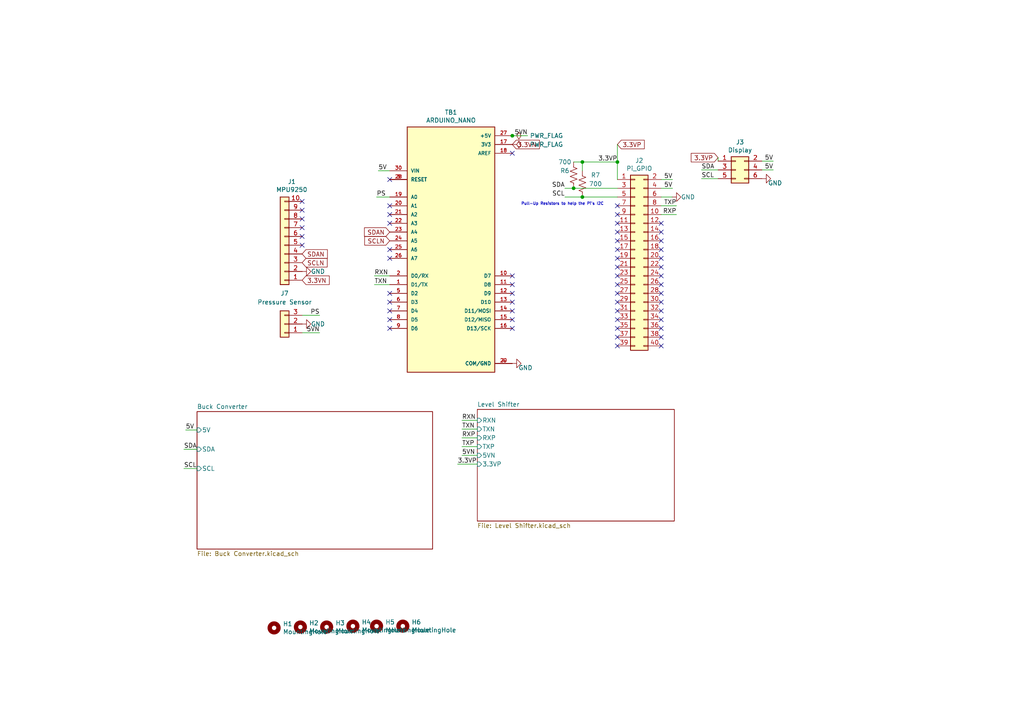
<source format=kicad_sch>
(kicad_sch (version 20211123) (generator eeschema)

  (uuid e63e39d7-6ac0-4ffd-8aa3-1841a4541b55)

  (paper "A4")

  (lib_symbols
    (symbol "ARDUINO_NANO:ARDUINO_NANO" (pin_names (offset 1.016)) (in_bom yes) (on_board yes)
      (property "Reference" "TB" (id 0) (at -12.7 35.56 0)
        (effects (font (size 1.27 1.27)) (justify left bottom))
      )
      (property "Value" "ARDUINO_NANO" (id 1) (at -12.7 -38.1 0)
        (effects (font (size 1.27 1.27)) (justify left bottom))
      )
      (property "Footprint" "SHIELD_ARDUINO_NANO" (id 2) (at 0 0 0)
        (effects (font (size 1.27 1.27)) (justify left bottom) hide)
      )
      (property "Datasheet" "" (id 3) (at 0 0 0)
        (effects (font (size 1.27 1.27)) (justify left bottom) hide)
      )
      (property "STANDARD" "Manufacturer Recommendations" (id 4) (at 0 0 0)
        (effects (font (size 1.27 1.27)) (justify left bottom) hide)
      )
      (property "MANUFACTURER" "ARDUINO" (id 5) (at 0 0 0)
        (effects (font (size 1.27 1.27)) (justify left bottom) hide)
      )
      (property "ki_locked" "" (id 6) (at 0 0 0)
        (effects (font (size 1.27 1.27)))
      )
      (symbol "ARDUINO_NANO_0_0"
        (rectangle (start -12.7 -35.56) (end 12.7 35.56)
          (stroke (width 0.254) (type default) (color 0 0 0 0))
          (fill (type background))
        )
        (pin bidirectional line (at -17.78 -10.16 0) (length 5.08)
          (name "D1/TX" (effects (font (size 1.016 1.016))))
          (number "1" (effects (font (size 1.016 1.016))))
        )
        (pin bidirectional line (at 17.78 -7.62 180) (length 5.08)
          (name "D7" (effects (font (size 1.016 1.016))))
          (number "10" (effects (font (size 1.016 1.016))))
        )
        (pin bidirectional line (at 17.78 -10.16 180) (length 5.08)
          (name "D8" (effects (font (size 1.016 1.016))))
          (number "11" (effects (font (size 1.016 1.016))))
        )
        (pin bidirectional line (at 17.78 -12.7 180) (length 5.08)
          (name "D9" (effects (font (size 1.016 1.016))))
          (number "12" (effects (font (size 1.016 1.016))))
        )
        (pin bidirectional line (at 17.78 -15.24 180) (length 5.08)
          (name "D10" (effects (font (size 1.016 1.016))))
          (number "13" (effects (font (size 1.016 1.016))))
        )
        (pin bidirectional line (at 17.78 -17.78 180) (length 5.08)
          (name "D11/MOSI" (effects (font (size 1.016 1.016))))
          (number "14" (effects (font (size 1.016 1.016))))
        )
        (pin bidirectional line (at 17.78 -20.32 180) (length 5.08)
          (name "D12/MISO" (effects (font (size 1.016 1.016))))
          (number "15" (effects (font (size 1.016 1.016))))
        )
        (pin bidirectional line (at 17.78 -22.86 180) (length 5.08)
          (name "D13/SCK" (effects (font (size 1.016 1.016))))
          (number "16" (effects (font (size 1.016 1.016))))
        )
        (pin power_in line (at 17.78 30.48 180) (length 5.08)
          (name "3V3" (effects (font (size 1.016 1.016))))
          (number "17" (effects (font (size 1.016 1.016))))
        )
        (pin power_in line (at 17.78 27.94 180) (length 5.08)
          (name "AREF" (effects (font (size 1.016 1.016))))
          (number "18" (effects (font (size 1.016 1.016))))
        )
        (pin input line (at -17.78 15.24 0) (length 5.08)
          (name "A0" (effects (font (size 1.016 1.016))))
          (number "19" (effects (font (size 1.016 1.016))))
        )
        (pin bidirectional line (at -17.78 -7.62 0) (length 5.08)
          (name "D0/RX" (effects (font (size 1.016 1.016))))
          (number "2" (effects (font (size 1.016 1.016))))
        )
        (pin input line (at -17.78 12.7 0) (length 5.08)
          (name "A1" (effects (font (size 1.016 1.016))))
          (number "20" (effects (font (size 1.016 1.016))))
        )
        (pin input line (at -17.78 10.16 0) (length 5.08)
          (name "A2" (effects (font (size 1.016 1.016))))
          (number "21" (effects (font (size 1.016 1.016))))
        )
        (pin input line (at -17.78 7.62 0) (length 5.08)
          (name "A3" (effects (font (size 1.016 1.016))))
          (number "22" (effects (font (size 1.016 1.016))))
        )
        (pin input line (at -17.78 5.08 0) (length 5.08)
          (name "A4" (effects (font (size 1.016 1.016))))
          (number "23" (effects (font (size 1.016 1.016))))
        )
        (pin input line (at -17.78 2.54 0) (length 5.08)
          (name "A5" (effects (font (size 1.016 1.016))))
          (number "24" (effects (font (size 1.016 1.016))))
        )
        (pin input line (at -17.78 0 0) (length 5.08)
          (name "A6" (effects (font (size 1.016 1.016))))
          (number "25" (effects (font (size 1.016 1.016))))
        )
        (pin input line (at -17.78 -2.54 0) (length 5.08)
          (name "A7" (effects (font (size 1.016 1.016))))
          (number "26" (effects (font (size 1.016 1.016))))
        )
        (pin power_in line (at 17.78 33.02 180) (length 5.08)
          (name "+5V" (effects (font (size 1.016 1.016))))
          (number "27" (effects (font (size 1.016 1.016))))
        )
        (pin input line (at -17.78 20.32 0) (length 5.08)
          (name "RESET" (effects (font (size 1.016 1.016))))
          (number "28" (effects (font (size 1.016 1.016))))
        )
        (pin power_in line (at 17.78 -33.02 180) (length 5.08)
          (name "COM/GND" (effects (font (size 1.016 1.016))))
          (number "29" (effects (font (size 1.016 1.016))))
        )
        (pin input line (at -17.78 20.32 0) (length 5.08)
          (name "RESET" (effects (font (size 1.016 1.016))))
          (number "3" (effects (font (size 1.016 1.016))))
        )
        (pin input line (at -17.78 22.86 0) (length 5.08)
          (name "VIN" (effects (font (size 1.016 1.016))))
          (number "30" (effects (font (size 1.016 1.016))))
        )
        (pin power_in line (at 17.78 -33.02 180) (length 5.08)
          (name "COM/GND" (effects (font (size 1.016 1.016))))
          (number "4" (effects (font (size 1.016 1.016))))
        )
        (pin bidirectional line (at -17.78 -12.7 0) (length 5.08)
          (name "D2" (effects (font (size 1.016 1.016))))
          (number "5" (effects (font (size 1.016 1.016))))
        )
        (pin bidirectional line (at -17.78 -15.24 0) (length 5.08)
          (name "D3" (effects (font (size 1.016 1.016))))
          (number "6" (effects (font (size 1.016 1.016))))
        )
        (pin bidirectional line (at -17.78 -17.78 0) (length 5.08)
          (name "D4" (effects (font (size 1.016 1.016))))
          (number "7" (effects (font (size 1.016 1.016))))
        )
        (pin bidirectional line (at -17.78 -20.32 0) (length 5.08)
          (name "D5" (effects (font (size 1.016 1.016))))
          (number "8" (effects (font (size 1.016 1.016))))
        )
        (pin bidirectional line (at -17.78 -22.86 0) (length 5.08)
          (name "D6" (effects (font (size 1.016 1.016))))
          (number "9" (effects (font (size 1.016 1.016))))
        )
      )
    )
    (symbol "Connector_Generic:Conn_01x03" (pin_names (offset 1.016) hide) (in_bom yes) (on_board yes)
      (property "Reference" "J" (id 0) (at 0 5.08 0)
        (effects (font (size 1.27 1.27)))
      )
      (property "Value" "Conn_01x03" (id 1) (at 0 -5.08 0)
        (effects (font (size 1.27 1.27)))
      )
      (property "Footprint" "" (id 2) (at 0 0 0)
        (effects (font (size 1.27 1.27)) hide)
      )
      (property "Datasheet" "~" (id 3) (at 0 0 0)
        (effects (font (size 1.27 1.27)) hide)
      )
      (property "ki_keywords" "connector" (id 4) (at 0 0 0)
        (effects (font (size 1.27 1.27)) hide)
      )
      (property "ki_description" "Generic connector, single row, 01x03, script generated (kicad-library-utils/schlib/autogen/connector/)" (id 5) (at 0 0 0)
        (effects (font (size 1.27 1.27)) hide)
      )
      (property "ki_fp_filters" "Connector*:*_1x??_*" (id 6) (at 0 0 0)
        (effects (font (size 1.27 1.27)) hide)
      )
      (symbol "Conn_01x03_1_1"
        (rectangle (start -1.27 -2.413) (end 0 -2.667)
          (stroke (width 0.1524) (type default) (color 0 0 0 0))
          (fill (type none))
        )
        (rectangle (start -1.27 0.127) (end 0 -0.127)
          (stroke (width 0.1524) (type default) (color 0 0 0 0))
          (fill (type none))
        )
        (rectangle (start -1.27 2.667) (end 0 2.413)
          (stroke (width 0.1524) (type default) (color 0 0 0 0))
          (fill (type none))
        )
        (rectangle (start -1.27 3.81) (end 1.27 -3.81)
          (stroke (width 0.254) (type default) (color 0 0 0 0))
          (fill (type background))
        )
        (pin passive line (at -5.08 2.54 0) (length 3.81)
          (name "Pin_1" (effects (font (size 1.27 1.27))))
          (number "1" (effects (font (size 1.27 1.27))))
        )
        (pin passive line (at -5.08 0 0) (length 3.81)
          (name "Pin_2" (effects (font (size 1.27 1.27))))
          (number "2" (effects (font (size 1.27 1.27))))
        )
        (pin passive line (at -5.08 -2.54 0) (length 3.81)
          (name "Pin_3" (effects (font (size 1.27 1.27))))
          (number "3" (effects (font (size 1.27 1.27))))
        )
      )
    )
    (symbol "Connector_Generic:Conn_01x10" (pin_names (offset 1.016) hide) (in_bom yes) (on_board yes)
      (property "Reference" "J" (id 0) (at 0 12.7 0)
        (effects (font (size 1.27 1.27)))
      )
      (property "Value" "Conn_01x10" (id 1) (at 0 -15.24 0)
        (effects (font (size 1.27 1.27)))
      )
      (property "Footprint" "" (id 2) (at 0 0 0)
        (effects (font (size 1.27 1.27)) hide)
      )
      (property "Datasheet" "~" (id 3) (at 0 0 0)
        (effects (font (size 1.27 1.27)) hide)
      )
      (property "ki_keywords" "connector" (id 4) (at 0 0 0)
        (effects (font (size 1.27 1.27)) hide)
      )
      (property "ki_description" "Generic connector, single row, 01x10, script generated (kicad-library-utils/schlib/autogen/connector/)" (id 5) (at 0 0 0)
        (effects (font (size 1.27 1.27)) hide)
      )
      (property "ki_fp_filters" "Connector*:*_1x??_*" (id 6) (at 0 0 0)
        (effects (font (size 1.27 1.27)) hide)
      )
      (symbol "Conn_01x10_1_1"
        (rectangle (start -1.27 -12.573) (end 0 -12.827)
          (stroke (width 0.1524) (type default) (color 0 0 0 0))
          (fill (type none))
        )
        (rectangle (start -1.27 -10.033) (end 0 -10.287)
          (stroke (width 0.1524) (type default) (color 0 0 0 0))
          (fill (type none))
        )
        (rectangle (start -1.27 -7.493) (end 0 -7.747)
          (stroke (width 0.1524) (type default) (color 0 0 0 0))
          (fill (type none))
        )
        (rectangle (start -1.27 -4.953) (end 0 -5.207)
          (stroke (width 0.1524) (type default) (color 0 0 0 0))
          (fill (type none))
        )
        (rectangle (start -1.27 -2.413) (end 0 -2.667)
          (stroke (width 0.1524) (type default) (color 0 0 0 0))
          (fill (type none))
        )
        (rectangle (start -1.27 0.127) (end 0 -0.127)
          (stroke (width 0.1524) (type default) (color 0 0 0 0))
          (fill (type none))
        )
        (rectangle (start -1.27 2.667) (end 0 2.413)
          (stroke (width 0.1524) (type default) (color 0 0 0 0))
          (fill (type none))
        )
        (rectangle (start -1.27 5.207) (end 0 4.953)
          (stroke (width 0.1524) (type default) (color 0 0 0 0))
          (fill (type none))
        )
        (rectangle (start -1.27 7.747) (end 0 7.493)
          (stroke (width 0.1524) (type default) (color 0 0 0 0))
          (fill (type none))
        )
        (rectangle (start -1.27 10.287) (end 0 10.033)
          (stroke (width 0.1524) (type default) (color 0 0 0 0))
          (fill (type none))
        )
        (rectangle (start -1.27 11.43) (end 1.27 -13.97)
          (stroke (width 0.254) (type default) (color 0 0 0 0))
          (fill (type background))
        )
        (pin passive line (at -5.08 10.16 0) (length 3.81)
          (name "Pin_1" (effects (font (size 1.27 1.27))))
          (number "1" (effects (font (size 1.27 1.27))))
        )
        (pin passive line (at -5.08 -12.7 0) (length 3.81)
          (name "Pin_10" (effects (font (size 1.27 1.27))))
          (number "10" (effects (font (size 1.27 1.27))))
        )
        (pin passive line (at -5.08 7.62 0) (length 3.81)
          (name "Pin_2" (effects (font (size 1.27 1.27))))
          (number "2" (effects (font (size 1.27 1.27))))
        )
        (pin passive line (at -5.08 5.08 0) (length 3.81)
          (name "Pin_3" (effects (font (size 1.27 1.27))))
          (number "3" (effects (font (size 1.27 1.27))))
        )
        (pin passive line (at -5.08 2.54 0) (length 3.81)
          (name "Pin_4" (effects (font (size 1.27 1.27))))
          (number "4" (effects (font (size 1.27 1.27))))
        )
        (pin passive line (at -5.08 0 0) (length 3.81)
          (name "Pin_5" (effects (font (size 1.27 1.27))))
          (number "5" (effects (font (size 1.27 1.27))))
        )
        (pin passive line (at -5.08 -2.54 0) (length 3.81)
          (name "Pin_6" (effects (font (size 1.27 1.27))))
          (number "6" (effects (font (size 1.27 1.27))))
        )
        (pin passive line (at -5.08 -5.08 0) (length 3.81)
          (name "Pin_7" (effects (font (size 1.27 1.27))))
          (number "7" (effects (font (size 1.27 1.27))))
        )
        (pin passive line (at -5.08 -7.62 0) (length 3.81)
          (name "Pin_8" (effects (font (size 1.27 1.27))))
          (number "8" (effects (font (size 1.27 1.27))))
        )
        (pin passive line (at -5.08 -10.16 0) (length 3.81)
          (name "Pin_9" (effects (font (size 1.27 1.27))))
          (number "9" (effects (font (size 1.27 1.27))))
        )
      )
    )
    (symbol "Connector_Generic:Conn_02x03_Odd_Even" (pin_names (offset 1.016) hide) (in_bom yes) (on_board yes)
      (property "Reference" "J" (id 0) (at 1.27 5.08 0)
        (effects (font (size 1.27 1.27)))
      )
      (property "Value" "Conn_02x03_Odd_Even" (id 1) (at 1.27 -5.08 0)
        (effects (font (size 1.27 1.27)))
      )
      (property "Footprint" "" (id 2) (at 0 0 0)
        (effects (font (size 1.27 1.27)) hide)
      )
      (property "Datasheet" "~" (id 3) (at 0 0 0)
        (effects (font (size 1.27 1.27)) hide)
      )
      (property "ki_keywords" "connector" (id 4) (at 0 0 0)
        (effects (font (size 1.27 1.27)) hide)
      )
      (property "ki_description" "Generic connector, double row, 02x03, odd/even pin numbering scheme (row 1 odd numbers, row 2 even numbers), script generated (kicad-library-utils/schlib/autogen/connector/)" (id 5) (at 0 0 0)
        (effects (font (size 1.27 1.27)) hide)
      )
      (property "ki_fp_filters" "Connector*:*_2x??_*" (id 6) (at 0 0 0)
        (effects (font (size 1.27 1.27)) hide)
      )
      (symbol "Conn_02x03_Odd_Even_1_1"
        (rectangle (start -1.27 -2.413) (end 0 -2.667)
          (stroke (width 0.1524) (type default) (color 0 0 0 0))
          (fill (type none))
        )
        (rectangle (start -1.27 0.127) (end 0 -0.127)
          (stroke (width 0.1524) (type default) (color 0 0 0 0))
          (fill (type none))
        )
        (rectangle (start -1.27 2.667) (end 0 2.413)
          (stroke (width 0.1524) (type default) (color 0 0 0 0))
          (fill (type none))
        )
        (rectangle (start -1.27 3.81) (end 3.81 -3.81)
          (stroke (width 0.254) (type default) (color 0 0 0 0))
          (fill (type background))
        )
        (rectangle (start 3.81 -2.413) (end 2.54 -2.667)
          (stroke (width 0.1524) (type default) (color 0 0 0 0))
          (fill (type none))
        )
        (rectangle (start 3.81 0.127) (end 2.54 -0.127)
          (stroke (width 0.1524) (type default) (color 0 0 0 0))
          (fill (type none))
        )
        (rectangle (start 3.81 2.667) (end 2.54 2.413)
          (stroke (width 0.1524) (type default) (color 0 0 0 0))
          (fill (type none))
        )
        (pin passive line (at -5.08 2.54 0) (length 3.81)
          (name "Pin_1" (effects (font (size 1.27 1.27))))
          (number "1" (effects (font (size 1.27 1.27))))
        )
        (pin passive line (at 7.62 2.54 180) (length 3.81)
          (name "Pin_2" (effects (font (size 1.27 1.27))))
          (number "2" (effects (font (size 1.27 1.27))))
        )
        (pin passive line (at -5.08 0 0) (length 3.81)
          (name "Pin_3" (effects (font (size 1.27 1.27))))
          (number "3" (effects (font (size 1.27 1.27))))
        )
        (pin passive line (at 7.62 0 180) (length 3.81)
          (name "Pin_4" (effects (font (size 1.27 1.27))))
          (number "4" (effects (font (size 1.27 1.27))))
        )
        (pin passive line (at -5.08 -2.54 0) (length 3.81)
          (name "Pin_5" (effects (font (size 1.27 1.27))))
          (number "5" (effects (font (size 1.27 1.27))))
        )
        (pin passive line (at 7.62 -2.54 180) (length 3.81)
          (name "Pin_6" (effects (font (size 1.27 1.27))))
          (number "6" (effects (font (size 1.27 1.27))))
        )
      )
    )
    (symbol "Connector_Generic:Conn_02x20_Odd_Even" (pin_names (offset 1.016) hide) (in_bom yes) (on_board yes)
      (property "Reference" "J" (id 0) (at 1.27 25.4 0)
        (effects (font (size 1.27 1.27)))
      )
      (property "Value" "Conn_02x20_Odd_Even" (id 1) (at 1.27 -27.94 0)
        (effects (font (size 1.27 1.27)))
      )
      (property "Footprint" "" (id 2) (at 0 0 0)
        (effects (font (size 1.27 1.27)) hide)
      )
      (property "Datasheet" "~" (id 3) (at 0 0 0)
        (effects (font (size 1.27 1.27)) hide)
      )
      (property "ki_keywords" "connector" (id 4) (at 0 0 0)
        (effects (font (size 1.27 1.27)) hide)
      )
      (property "ki_description" "Generic connector, double row, 02x20, odd/even pin numbering scheme (row 1 odd numbers, row 2 even numbers), script generated (kicad-library-utils/schlib/autogen/connector/)" (id 5) (at 0 0 0)
        (effects (font (size 1.27 1.27)) hide)
      )
      (property "ki_fp_filters" "Connector*:*_2x??_*" (id 6) (at 0 0 0)
        (effects (font (size 1.27 1.27)) hide)
      )
      (symbol "Conn_02x20_Odd_Even_1_1"
        (rectangle (start -1.27 -25.273) (end 0 -25.527)
          (stroke (width 0.1524) (type default) (color 0 0 0 0))
          (fill (type none))
        )
        (rectangle (start -1.27 -22.733) (end 0 -22.987)
          (stroke (width 0.1524) (type default) (color 0 0 0 0))
          (fill (type none))
        )
        (rectangle (start -1.27 -20.193) (end 0 -20.447)
          (stroke (width 0.1524) (type default) (color 0 0 0 0))
          (fill (type none))
        )
        (rectangle (start -1.27 -17.653) (end 0 -17.907)
          (stroke (width 0.1524) (type default) (color 0 0 0 0))
          (fill (type none))
        )
        (rectangle (start -1.27 -15.113) (end 0 -15.367)
          (stroke (width 0.1524) (type default) (color 0 0 0 0))
          (fill (type none))
        )
        (rectangle (start -1.27 -12.573) (end 0 -12.827)
          (stroke (width 0.1524) (type default) (color 0 0 0 0))
          (fill (type none))
        )
        (rectangle (start -1.27 -10.033) (end 0 -10.287)
          (stroke (width 0.1524) (type default) (color 0 0 0 0))
          (fill (type none))
        )
        (rectangle (start -1.27 -7.493) (end 0 -7.747)
          (stroke (width 0.1524) (type default) (color 0 0 0 0))
          (fill (type none))
        )
        (rectangle (start -1.27 -4.953) (end 0 -5.207)
          (stroke (width 0.1524) (type default) (color 0 0 0 0))
          (fill (type none))
        )
        (rectangle (start -1.27 -2.413) (end 0 -2.667)
          (stroke (width 0.1524) (type default) (color 0 0 0 0))
          (fill (type none))
        )
        (rectangle (start -1.27 0.127) (end 0 -0.127)
          (stroke (width 0.1524) (type default) (color 0 0 0 0))
          (fill (type none))
        )
        (rectangle (start -1.27 2.667) (end 0 2.413)
          (stroke (width 0.1524) (type default) (color 0 0 0 0))
          (fill (type none))
        )
        (rectangle (start -1.27 5.207) (end 0 4.953)
          (stroke (width 0.1524) (type default) (color 0 0 0 0))
          (fill (type none))
        )
        (rectangle (start -1.27 7.747) (end 0 7.493)
          (stroke (width 0.1524) (type default) (color 0 0 0 0))
          (fill (type none))
        )
        (rectangle (start -1.27 10.287) (end 0 10.033)
          (stroke (width 0.1524) (type default) (color 0 0 0 0))
          (fill (type none))
        )
        (rectangle (start -1.27 12.827) (end 0 12.573)
          (stroke (width 0.1524) (type default) (color 0 0 0 0))
          (fill (type none))
        )
        (rectangle (start -1.27 15.367) (end 0 15.113)
          (stroke (width 0.1524) (type default) (color 0 0 0 0))
          (fill (type none))
        )
        (rectangle (start -1.27 17.907) (end 0 17.653)
          (stroke (width 0.1524) (type default) (color 0 0 0 0))
          (fill (type none))
        )
        (rectangle (start -1.27 20.447) (end 0 20.193)
          (stroke (width 0.1524) (type default) (color 0 0 0 0))
          (fill (type none))
        )
        (rectangle (start -1.27 22.987) (end 0 22.733)
          (stroke (width 0.1524) (type default) (color 0 0 0 0))
          (fill (type none))
        )
        (rectangle (start -1.27 24.13) (end 3.81 -26.67)
          (stroke (width 0.254) (type default) (color 0 0 0 0))
          (fill (type background))
        )
        (rectangle (start 3.81 -25.273) (end 2.54 -25.527)
          (stroke (width 0.1524) (type default) (color 0 0 0 0))
          (fill (type none))
        )
        (rectangle (start 3.81 -22.733) (end 2.54 -22.987)
          (stroke (width 0.1524) (type default) (color 0 0 0 0))
          (fill (type none))
        )
        (rectangle (start 3.81 -20.193) (end 2.54 -20.447)
          (stroke (width 0.1524) (type default) (color 0 0 0 0))
          (fill (type none))
        )
        (rectangle (start 3.81 -17.653) (end 2.54 -17.907)
          (stroke (width 0.1524) (type default) (color 0 0 0 0))
          (fill (type none))
        )
        (rectangle (start 3.81 -15.113) (end 2.54 -15.367)
          (stroke (width 0.1524) (type default) (color 0 0 0 0))
          (fill (type none))
        )
        (rectangle (start 3.81 -12.573) (end 2.54 -12.827)
          (stroke (width 0.1524) (type default) (color 0 0 0 0))
          (fill (type none))
        )
        (rectangle (start 3.81 -10.033) (end 2.54 -10.287)
          (stroke (width 0.1524) (type default) (color 0 0 0 0))
          (fill (type none))
        )
        (rectangle (start 3.81 -7.493) (end 2.54 -7.747)
          (stroke (width 0.1524) (type default) (color 0 0 0 0))
          (fill (type none))
        )
        (rectangle (start 3.81 -4.953) (end 2.54 -5.207)
          (stroke (width 0.1524) (type default) (color 0 0 0 0))
          (fill (type none))
        )
        (rectangle (start 3.81 -2.413) (end 2.54 -2.667)
          (stroke (width 0.1524) (type default) (color 0 0 0 0))
          (fill (type none))
        )
        (rectangle (start 3.81 0.127) (end 2.54 -0.127)
          (stroke (width 0.1524) (type default) (color 0 0 0 0))
          (fill (type none))
        )
        (rectangle (start 3.81 2.667) (end 2.54 2.413)
          (stroke (width 0.1524) (type default) (color 0 0 0 0))
          (fill (type none))
        )
        (rectangle (start 3.81 5.207) (end 2.54 4.953)
          (stroke (width 0.1524) (type default) (color 0 0 0 0))
          (fill (type none))
        )
        (rectangle (start 3.81 7.747) (end 2.54 7.493)
          (stroke (width 0.1524) (type default) (color 0 0 0 0))
          (fill (type none))
        )
        (rectangle (start 3.81 10.287) (end 2.54 10.033)
          (stroke (width 0.1524) (type default) (color 0 0 0 0))
          (fill (type none))
        )
        (rectangle (start 3.81 12.827) (end 2.54 12.573)
          (stroke (width 0.1524) (type default) (color 0 0 0 0))
          (fill (type none))
        )
        (rectangle (start 3.81 15.367) (end 2.54 15.113)
          (stroke (width 0.1524) (type default) (color 0 0 0 0))
          (fill (type none))
        )
        (rectangle (start 3.81 17.907) (end 2.54 17.653)
          (stroke (width 0.1524) (type default) (color 0 0 0 0))
          (fill (type none))
        )
        (rectangle (start 3.81 20.447) (end 2.54 20.193)
          (stroke (width 0.1524) (type default) (color 0 0 0 0))
          (fill (type none))
        )
        (rectangle (start 3.81 22.987) (end 2.54 22.733)
          (stroke (width 0.1524) (type default) (color 0 0 0 0))
          (fill (type none))
        )
        (pin passive line (at -5.08 22.86 0) (length 3.81)
          (name "Pin_1" (effects (font (size 1.27 1.27))))
          (number "1" (effects (font (size 1.27 1.27))))
        )
        (pin passive line (at 7.62 12.7 180) (length 3.81)
          (name "Pin_10" (effects (font (size 1.27 1.27))))
          (number "10" (effects (font (size 1.27 1.27))))
        )
        (pin passive line (at -5.08 10.16 0) (length 3.81)
          (name "Pin_11" (effects (font (size 1.27 1.27))))
          (number "11" (effects (font (size 1.27 1.27))))
        )
        (pin passive line (at 7.62 10.16 180) (length 3.81)
          (name "Pin_12" (effects (font (size 1.27 1.27))))
          (number "12" (effects (font (size 1.27 1.27))))
        )
        (pin passive line (at -5.08 7.62 0) (length 3.81)
          (name "Pin_13" (effects (font (size 1.27 1.27))))
          (number "13" (effects (font (size 1.27 1.27))))
        )
        (pin passive line (at 7.62 7.62 180) (length 3.81)
          (name "Pin_14" (effects (font (size 1.27 1.27))))
          (number "14" (effects (font (size 1.27 1.27))))
        )
        (pin passive line (at -5.08 5.08 0) (length 3.81)
          (name "Pin_15" (effects (font (size 1.27 1.27))))
          (number "15" (effects (font (size 1.27 1.27))))
        )
        (pin passive line (at 7.62 5.08 180) (length 3.81)
          (name "Pin_16" (effects (font (size 1.27 1.27))))
          (number "16" (effects (font (size 1.27 1.27))))
        )
        (pin passive line (at -5.08 2.54 0) (length 3.81)
          (name "Pin_17" (effects (font (size 1.27 1.27))))
          (number "17" (effects (font (size 1.27 1.27))))
        )
        (pin passive line (at 7.62 2.54 180) (length 3.81)
          (name "Pin_18" (effects (font (size 1.27 1.27))))
          (number "18" (effects (font (size 1.27 1.27))))
        )
        (pin passive line (at -5.08 0 0) (length 3.81)
          (name "Pin_19" (effects (font (size 1.27 1.27))))
          (number "19" (effects (font (size 1.27 1.27))))
        )
        (pin passive line (at 7.62 22.86 180) (length 3.81)
          (name "Pin_2" (effects (font (size 1.27 1.27))))
          (number "2" (effects (font (size 1.27 1.27))))
        )
        (pin passive line (at 7.62 0 180) (length 3.81)
          (name "Pin_20" (effects (font (size 1.27 1.27))))
          (number "20" (effects (font (size 1.27 1.27))))
        )
        (pin passive line (at -5.08 -2.54 0) (length 3.81)
          (name "Pin_21" (effects (font (size 1.27 1.27))))
          (number "21" (effects (font (size 1.27 1.27))))
        )
        (pin passive line (at 7.62 -2.54 180) (length 3.81)
          (name "Pin_22" (effects (font (size 1.27 1.27))))
          (number "22" (effects (font (size 1.27 1.27))))
        )
        (pin passive line (at -5.08 -5.08 0) (length 3.81)
          (name "Pin_23" (effects (font (size 1.27 1.27))))
          (number "23" (effects (font (size 1.27 1.27))))
        )
        (pin passive line (at 7.62 -5.08 180) (length 3.81)
          (name "Pin_24" (effects (font (size 1.27 1.27))))
          (number "24" (effects (font (size 1.27 1.27))))
        )
        (pin passive line (at -5.08 -7.62 0) (length 3.81)
          (name "Pin_25" (effects (font (size 1.27 1.27))))
          (number "25" (effects (font (size 1.27 1.27))))
        )
        (pin passive line (at 7.62 -7.62 180) (length 3.81)
          (name "Pin_26" (effects (font (size 1.27 1.27))))
          (number "26" (effects (font (size 1.27 1.27))))
        )
        (pin passive line (at -5.08 -10.16 0) (length 3.81)
          (name "Pin_27" (effects (font (size 1.27 1.27))))
          (number "27" (effects (font (size 1.27 1.27))))
        )
        (pin passive line (at 7.62 -10.16 180) (length 3.81)
          (name "Pin_28" (effects (font (size 1.27 1.27))))
          (number "28" (effects (font (size 1.27 1.27))))
        )
        (pin passive line (at -5.08 -12.7 0) (length 3.81)
          (name "Pin_29" (effects (font (size 1.27 1.27))))
          (number "29" (effects (font (size 1.27 1.27))))
        )
        (pin passive line (at -5.08 20.32 0) (length 3.81)
          (name "Pin_3" (effects (font (size 1.27 1.27))))
          (number "3" (effects (font (size 1.27 1.27))))
        )
        (pin passive line (at 7.62 -12.7 180) (length 3.81)
          (name "Pin_30" (effects (font (size 1.27 1.27))))
          (number "30" (effects (font (size 1.27 1.27))))
        )
        (pin passive line (at -5.08 -15.24 0) (length 3.81)
          (name "Pin_31" (effects (font (size 1.27 1.27))))
          (number "31" (effects (font (size 1.27 1.27))))
        )
        (pin passive line (at 7.62 -15.24 180) (length 3.81)
          (name "Pin_32" (effects (font (size 1.27 1.27))))
          (number "32" (effects (font (size 1.27 1.27))))
        )
        (pin passive line (at -5.08 -17.78 0) (length 3.81)
          (name "Pin_33" (effects (font (size 1.27 1.27))))
          (number "33" (effects (font (size 1.27 1.27))))
        )
        (pin passive line (at 7.62 -17.78 180) (length 3.81)
          (name "Pin_34" (effects (font (size 1.27 1.27))))
          (number "34" (effects (font (size 1.27 1.27))))
        )
        (pin passive line (at -5.08 -20.32 0) (length 3.81)
          (name "Pin_35" (effects (font (size 1.27 1.27))))
          (number "35" (effects (font (size 1.27 1.27))))
        )
        (pin passive line (at 7.62 -20.32 180) (length 3.81)
          (name "Pin_36" (effects (font (size 1.27 1.27))))
          (number "36" (effects (font (size 1.27 1.27))))
        )
        (pin passive line (at -5.08 -22.86 0) (length 3.81)
          (name "Pin_37" (effects (font (size 1.27 1.27))))
          (number "37" (effects (font (size 1.27 1.27))))
        )
        (pin passive line (at 7.62 -22.86 180) (length 3.81)
          (name "Pin_38" (effects (font (size 1.27 1.27))))
          (number "38" (effects (font (size 1.27 1.27))))
        )
        (pin passive line (at -5.08 -25.4 0) (length 3.81)
          (name "Pin_39" (effects (font (size 1.27 1.27))))
          (number "39" (effects (font (size 1.27 1.27))))
        )
        (pin passive line (at 7.62 20.32 180) (length 3.81)
          (name "Pin_4" (effects (font (size 1.27 1.27))))
          (number "4" (effects (font (size 1.27 1.27))))
        )
        (pin passive line (at 7.62 -25.4 180) (length 3.81)
          (name "Pin_40" (effects (font (size 1.27 1.27))))
          (number "40" (effects (font (size 1.27 1.27))))
        )
        (pin passive line (at -5.08 17.78 0) (length 3.81)
          (name "Pin_5" (effects (font (size 1.27 1.27))))
          (number "5" (effects (font (size 1.27 1.27))))
        )
        (pin passive line (at 7.62 17.78 180) (length 3.81)
          (name "Pin_6" (effects (font (size 1.27 1.27))))
          (number "6" (effects (font (size 1.27 1.27))))
        )
        (pin passive line (at -5.08 15.24 0) (length 3.81)
          (name "Pin_7" (effects (font (size 1.27 1.27))))
          (number "7" (effects (font (size 1.27 1.27))))
        )
        (pin passive line (at 7.62 15.24 180) (length 3.81)
          (name "Pin_8" (effects (font (size 1.27 1.27))))
          (number "8" (effects (font (size 1.27 1.27))))
        )
        (pin passive line (at -5.08 12.7 0) (length 3.81)
          (name "Pin_9" (effects (font (size 1.27 1.27))))
          (number "9" (effects (font (size 1.27 1.27))))
        )
      )
    )
    (symbol "Device:R_US" (pin_numbers hide) (pin_names (offset 0)) (in_bom yes) (on_board yes)
      (property "Reference" "R" (id 0) (at 2.54 0 90)
        (effects (font (size 1.27 1.27)))
      )
      (property "Value" "R_US" (id 1) (at -2.54 0 90)
        (effects (font (size 1.27 1.27)))
      )
      (property "Footprint" "" (id 2) (at 1.016 -0.254 90)
        (effects (font (size 1.27 1.27)) hide)
      )
      (property "Datasheet" "~" (id 3) (at 0 0 0)
        (effects (font (size 1.27 1.27)) hide)
      )
      (property "ki_keywords" "R res resistor" (id 4) (at 0 0 0)
        (effects (font (size 1.27 1.27)) hide)
      )
      (property "ki_description" "Resistor, US symbol" (id 5) (at 0 0 0)
        (effects (font (size 1.27 1.27)) hide)
      )
      (property "ki_fp_filters" "R_*" (id 6) (at 0 0 0)
        (effects (font (size 1.27 1.27)) hide)
      )
      (symbol "R_US_0_1"
        (polyline
          (pts
            (xy 0 -2.286)
            (xy 0 -2.54)
          )
          (stroke (width 0) (type default) (color 0 0 0 0))
          (fill (type none))
        )
        (polyline
          (pts
            (xy 0 2.286)
            (xy 0 2.54)
          )
          (stroke (width 0) (type default) (color 0 0 0 0))
          (fill (type none))
        )
        (polyline
          (pts
            (xy 0 -0.762)
            (xy 1.016 -1.143)
            (xy 0 -1.524)
            (xy -1.016 -1.905)
            (xy 0 -2.286)
          )
          (stroke (width 0) (type default) (color 0 0 0 0))
          (fill (type none))
        )
        (polyline
          (pts
            (xy 0 0.762)
            (xy 1.016 0.381)
            (xy 0 0)
            (xy -1.016 -0.381)
            (xy 0 -0.762)
          )
          (stroke (width 0) (type default) (color 0 0 0 0))
          (fill (type none))
        )
        (polyline
          (pts
            (xy 0 2.286)
            (xy 1.016 1.905)
            (xy 0 1.524)
            (xy -1.016 1.143)
            (xy 0 0.762)
          )
          (stroke (width 0) (type default) (color 0 0 0 0))
          (fill (type none))
        )
      )
      (symbol "R_US_1_1"
        (pin passive line (at 0 3.81 270) (length 1.27)
          (name "~" (effects (font (size 1.27 1.27))))
          (number "1" (effects (font (size 1.27 1.27))))
        )
        (pin passive line (at 0 -3.81 90) (length 1.27)
          (name "~" (effects (font (size 1.27 1.27))))
          (number "2" (effects (font (size 1.27 1.27))))
        )
      )
    )
    (symbol "Mechanical:MountingHole" (pin_names (offset 1.016)) (in_bom yes) (on_board yes)
      (property "Reference" "H" (id 0) (at 0 5.08 0)
        (effects (font (size 1.27 1.27)))
      )
      (property "Value" "MountingHole" (id 1) (at 0 3.175 0)
        (effects (font (size 1.27 1.27)))
      )
      (property "Footprint" "" (id 2) (at 0 0 0)
        (effects (font (size 1.27 1.27)) hide)
      )
      (property "Datasheet" "~" (id 3) (at 0 0 0)
        (effects (font (size 1.27 1.27)) hide)
      )
      (property "ki_keywords" "mounting hole" (id 4) (at 0 0 0)
        (effects (font (size 1.27 1.27)) hide)
      )
      (property "ki_description" "Mounting Hole without connection" (id 5) (at 0 0 0)
        (effects (font (size 1.27 1.27)) hide)
      )
      (property "ki_fp_filters" "MountingHole*" (id 6) (at 0 0 0)
        (effects (font (size 1.27 1.27)) hide)
      )
      (symbol "MountingHole_0_1"
        (circle (center 0 0) (radius 1.27)
          (stroke (width 1.27) (type default) (color 0 0 0 0))
          (fill (type none))
        )
      )
    )
    (symbol "power:GND" (power) (pin_names (offset 0)) (in_bom yes) (on_board yes)
      (property "Reference" "#PWR" (id 0) (at 0 -6.35 0)
        (effects (font (size 1.27 1.27)) hide)
      )
      (property "Value" "GND" (id 1) (at 0 -3.81 0)
        (effects (font (size 1.27 1.27)))
      )
      (property "Footprint" "" (id 2) (at 0 0 0)
        (effects (font (size 1.27 1.27)) hide)
      )
      (property "Datasheet" "" (id 3) (at 0 0 0)
        (effects (font (size 1.27 1.27)) hide)
      )
      (property "ki_keywords" "power-flag" (id 4) (at 0 0 0)
        (effects (font (size 1.27 1.27)) hide)
      )
      (property "ki_description" "Power symbol creates a global label with name \"GND\" , ground" (id 5) (at 0 0 0)
        (effects (font (size 1.27 1.27)) hide)
      )
      (symbol "GND_0_1"
        (polyline
          (pts
            (xy 0 0)
            (xy 0 -1.27)
            (xy 1.27 -1.27)
            (xy 0 -2.54)
            (xy -1.27 -1.27)
            (xy 0 -1.27)
          )
          (stroke (width 0) (type default) (color 0 0 0 0))
          (fill (type none))
        )
      )
      (symbol "GND_1_1"
        (pin power_in line (at 0 0 270) (length 0) hide
          (name "GND" (effects (font (size 1.27 1.27))))
          (number "1" (effects (font (size 1.27 1.27))))
        )
      )
    )
    (symbol "power:PWR_FLAG" (power) (pin_numbers hide) (pin_names (offset 0) hide) (in_bom yes) (on_board yes)
      (property "Reference" "#FLG" (id 0) (at 0 1.905 0)
        (effects (font (size 1.27 1.27)) hide)
      )
      (property "Value" "PWR_FLAG" (id 1) (at 0 3.81 0)
        (effects (font (size 1.27 1.27)))
      )
      (property "Footprint" "" (id 2) (at 0 0 0)
        (effects (font (size 1.27 1.27)) hide)
      )
      (property "Datasheet" "~" (id 3) (at 0 0 0)
        (effects (font (size 1.27 1.27)) hide)
      )
      (property "ki_keywords" "power-flag" (id 4) (at 0 0 0)
        (effects (font (size 1.27 1.27)) hide)
      )
      (property "ki_description" "Special symbol for telling ERC where power comes from" (id 5) (at 0 0 0)
        (effects (font (size 1.27 1.27)) hide)
      )
      (symbol "PWR_FLAG_0_0"
        (pin power_out line (at 0 0 90) (length 0)
          (name "pwr" (effects (font (size 1.27 1.27))))
          (number "1" (effects (font (size 1.27 1.27))))
        )
      )
      (symbol "PWR_FLAG_0_1"
        (polyline
          (pts
            (xy 0 0)
            (xy 0 1.27)
            (xy -1.016 1.905)
            (xy 0 2.54)
            (xy 1.016 1.905)
            (xy 0 1.27)
          )
          (stroke (width 0) (type default) (color 0 0 0 0))
          (fill (type none))
        )
      )
    )
  )

  (junction (at 179.07 46.99) (diameter 0) (color 0 0 0 0)
    (uuid 5ea49e5f-b7e9-4d03-b675-37f5778743f1)
  )
  (junction (at 168.91 46.99) (diameter 0) (color 0 0 0 0)
    (uuid 65be32bf-4997-4300-8134-33c10f183d76)
  )
  (junction (at 166.37 54.61) (diameter 0) (color 0 0 0 0)
    (uuid aeca3cec-acb2-41d8-9f54-e2360ba306aa)
  )
  (junction (at 168.91 57.15) (diameter 0) (color 0 0 0 0)
    (uuid c17b4970-05c4-4147-91e9-5604a8e80837)
  )
  (junction (at 148.59 39.37) (diameter 0) (color 0 0 0 0)
    (uuid ef3363f5-8d79-4ecf-984c-7cb0bf9cde9e)
  )

  (no_connect (at 191.77 77.47) (uuid 0867287d-2e6a-4d69-a366-c29f88198f2b))
  (no_connect (at 113.03 52.07) (uuid 0ba33a9b-c1b2-484b-991c-6b686295edb9))
  (no_connect (at 113.03 95.25) (uuid 0c30a4be-5679-499f-8c5b-5f3024f9d6cf))
  (no_connect (at 179.07 80.01) (uuid 0d35483a-0b12-46cc-b9f2-896fd6831779))
  (no_connect (at 191.77 69.85) (uuid 0f41a909-27c4-4be2-9d5e-9ae2108c8ff5))
  (no_connect (at 191.77 72.39) (uuid 1b54105e-6590-4d26-a763-ecfcf81eedc4))
  (no_connect (at 113.03 72.39) (uuid 213a2af1-412b-47f4-ab3b-c5f43b6be7a6))
  (no_connect (at 191.77 100.33) (uuid 2bf3f24b-fd30-41a7-a274-9b519491916b))
  (no_connect (at 148.59 87.63) (uuid 2f3deced-880d-4075-a81b-95c62da5b94d))
  (no_connect (at 179.07 92.71) (uuid 34871042-9d5c-4e29-abdd-a168368c3c22))
  (no_connect (at 148.59 90.17) (uuid 3cfcbcc7-4f45-46ab-82a8-c414c7972161))
  (no_connect (at 179.07 85.09) (uuid 4412226e-d975-40a2-921f-502ff4129a95))
  (no_connect (at 87.63 68.58) (uuid 46cfd089-6873-4d8b-89af-02ff30e49472))
  (no_connect (at 191.77 97.79) (uuid 4831966c-bb32-4bc8-a400-0382a02ffa1c))
  (no_connect (at 191.77 92.71) (uuid 4d4b0fcd-2c79-4fc3-b5fa-7a0741601344))
  (no_connect (at 148.59 85.09) (uuid 4d609e7c-74c9-4ae9-a26d-946ff00c167d))
  (no_connect (at 113.03 92.71) (uuid 4dc6088c-89a5-4db7-b3ae-db4b6396ad49))
  (no_connect (at 179.07 82.55) (uuid 4e66a44f-7fa6-4e16-bf9b-62ec864301a5))
  (no_connect (at 179.07 90.17) (uuid 53c85970-3e21-4fae-a84f-721cfc0513b5))
  (no_connect (at 179.07 69.85) (uuid 55992e35-fe7b-468a-9b7a-1e4dc931b904))
  (no_connect (at 179.07 62.23) (uuid 5740c959-93d8-47fd-8f68-62f0109e753d))
  (no_connect (at 191.77 87.63) (uuid 587a157d-dedf-4558-a037-1a94bbba1848))
  (no_connect (at 191.77 67.31) (uuid 5cbb5968-dbb5-4b84-864a-ead1cacf75b9))
  (no_connect (at 113.03 59.69) (uuid 6199bec7-e7eb-4ae0-b9ec-c563e157d635))
  (no_connect (at 191.77 64.77) (uuid 632acde9-b7fd-4f04-8cb4-d2cbb06b3595))
  (no_connect (at 87.63 60.96) (uuid 68b52f01-fa04-4908-bf88-60c62ace1cfa))
  (no_connect (at 87.63 71.12) (uuid 6ca3c38c-4e71-4202-b6c1-1b25f04a27ae))
  (no_connect (at 179.07 87.63) (uuid 7447a6e7-8205-46ba-afca-d0fa8f90c95a))
  (no_connect (at 191.77 80.01) (uuid 75286985-9fa5-4d30-89c5-493b6e63cd66))
  (no_connect (at 148.59 80.01) (uuid 786b6072-5772-4bc1-8eeb-6c4e19f2a91b))
  (no_connect (at 191.77 82.55) (uuid 78f88cf6-751c-4e9b-ae75-fb8b6d44ff39))
  (no_connect (at 113.03 64.77) (uuid 7f3eb118-a20c-4239-b800-c9211c66847d))
  (no_connect (at 113.03 85.09) (uuid 909b030b-fa1a-4fe8-b1ee-422b4d9e23cf))
  (no_connect (at 113.03 87.63) (uuid 936e2ca6-11ae-4f42-9128-52bb329f3d21))
  (no_connect (at 179.07 77.47) (uuid 9702d639-3b1f-4825-8985-b32b9008503d))
  (no_connect (at 191.77 90.17) (uuid 9762c9ed-64d8-4f3e-baf6-f6ba6effc919))
  (no_connect (at 148.59 82.55) (uuid 9a9f2d82-f64d-4264-8bec-c182528fc4de))
  (no_connect (at 87.63 63.5) (uuid 9d984d1b-8097-407f-92f3-3ef68867dcfa))
  (no_connect (at 179.07 72.39) (uuid a06e8e78-f567-42e6-b645-013b1073ca31))
  (no_connect (at 148.59 92.71) (uuid a501555e-bbc7-4b58-ad89-28a0cd3dd6d0))
  (no_connect (at 179.07 97.79) (uuid a9ec539a-d80d-40cc-803c-12b6adefe42a))
  (no_connect (at 191.77 74.93) (uuid afd3dbad-e7a8-4e4c-b77c-4065a69aefa2))
  (no_connect (at 148.59 44.45) (uuid b60c50d1-225e-415c-8712-7acb5e3dc8ea))
  (no_connect (at 179.07 59.69) (uuid b6bcc3cf-50de-4a33-bc41-678825c1ecf2))
  (no_connect (at 87.63 58.42) (uuid b8c83ad1-b3c9-495c-bdc6-62dead00f5ad))
  (no_connect (at 87.63 66.04) (uuid bb4f0314-c44c-4dda-b85c-537120eaae9a))
  (no_connect (at 191.77 85.09) (uuid c19dbe3c-ced0-48f7-a91d-777569cfb936))
  (no_connect (at 179.07 100.33) (uuid c264c438-a475-4ad4-9915-0f1e6ecf3053))
  (no_connect (at 179.07 64.77) (uuid c3c93de0-69b1-4a04-8e0b-d78caf487c63))
  (no_connect (at 113.03 74.93) (uuid d2de4093-1fc2-4bc1-94b6-4d0fe3426c6f))
  (no_connect (at 148.59 95.25) (uuid db83d0af-e085-4050-8496-fa2ebdecbd62))
  (no_connect (at 191.77 95.25) (uuid e25ce415-914a-48fe-bf09-324317917b2e))
  (no_connect (at 113.03 62.23) (uuid e47adf3d-9c24-4345-80c9-66679cad107e))
  (no_connect (at 113.03 90.17) (uuid ebadd2a5-21ab-4a7e-b5bc-6f737367e560))
  (no_connect (at 179.07 74.93) (uuid ec9e24d8-d1c5-40e2-9812-dc315d05f470))
  (no_connect (at 179.07 95.25) (uuid ef1b4b98-541b-4673-a04f-2043250fc40a))
  (no_connect (at 179.07 67.31) (uuid f9865a9f-edb8-49c7-828f-4896e1f3047a))

  (wire (pts (xy 109.728 49.53) (xy 113.03 49.53))
    (stroke (width 0) (type default) (color 0 0 0 0))
    (uuid 0236b38b-22c9-4c18-b1c6-6ed92bcca30c)
  )
  (wire (pts (xy 191.77 57.15) (xy 194.945 57.15))
    (stroke (width 0) (type default) (color 0 0 0 0))
    (uuid 0542858c-c639-4859-969f-978a4fa77e3a)
  )
  (wire (pts (xy 224.282 49.276) (xy 220.98 49.276))
    (stroke (width 0) (type default) (color 0 0 0 0))
    (uuid 0a3cc030-c9dd-4d74-9d50-715ed2b361a2)
  )
  (wire (pts (xy 108.585 80.01) (xy 113.03 80.01))
    (stroke (width 0) (type default) (color 0 0 0 0))
    (uuid 0cb0be4f-34c4-4b03-bb2f-8a1d1bcf13f4)
  )
  (wire (pts (xy 208.28 49.276) (xy 203.454 49.276))
    (stroke (width 0) (type default) (color 0 0 0 0))
    (uuid 13abf99d-5265-4779-8973-e94370fd18ff)
  )
  (wire (pts (xy 166.37 54.61) (xy 179.07 54.61))
    (stroke (width 0) (type default) (color 0 0 0 0))
    (uuid 1860e030-7a36-4298-b7fc-a16d48ab15ba)
  )
  (wire (pts (xy 179.07 46.99) (xy 179.07 52.07))
    (stroke (width 0) (type default) (color 0 0 0 0))
    (uuid 1ddf5888-54e6-438f-8301-5954e2daadb8)
  )
  (wire (pts (xy 109.22 57.15) (xy 113.03 57.15))
    (stroke (width 0) (type default) (color 0 0 0 0))
    (uuid 3112bf7d-a7c1-4d04-bca0-b062391a2bc9)
  )
  (wire (pts (xy 133.985 121.92) (xy 138.43 121.92))
    (stroke (width 0) (type default) (color 0 0 0 0))
    (uuid 352137fc-0c7e-4c74-b0f4-e227166a044e)
  )
  (wire (pts (xy 166.37 46.99) (xy 168.91 46.99))
    (stroke (width 0) (type default) (color 0 0 0 0))
    (uuid 3b6d13b8-8bdd-4385-a959-164ab0bef39f)
  )
  (wire (pts (xy 195.072 54.61) (xy 191.77 54.61))
    (stroke (width 0) (type default) (color 0 0 0 0))
    (uuid 5b2b5c7d-f943-4634-9f0a-e9561705c49d)
  )
  (wire (pts (xy 132.715 134.62) (xy 138.43 134.62))
    (stroke (width 0) (type default) (color 0 0 0 0))
    (uuid 5dbc91c7-8817-4344-8c08-943430fc38d8)
  )
  (wire (pts (xy 196.215 59.69) (xy 191.77 59.69))
    (stroke (width 0) (type default) (color 0 0 0 0))
    (uuid 65040e1a-fa00-400b-95bf-376b97d57973)
  )
  (wire (pts (xy 53.34 135.89) (xy 57.15 135.89))
    (stroke (width 0) (type default) (color 0 0 0 0))
    (uuid 6a44418c-7bb4-4e99-8836-57f153c19721)
  )
  (wire (pts (xy 153.035 39.37) (xy 148.59 39.37))
    (stroke (width 0) (type default) (color 0 0 0 0))
    (uuid 6f7306d9-6a1d-4e33-9f08-677145879777)
  )
  (wire (pts (xy 133.985 129.54) (xy 138.43 129.54))
    (stroke (width 0) (type default) (color 0 0 0 0))
    (uuid 72539b80-1d03-4027-9ab5-600be3afc887)
  )
  (wire (pts (xy 163.83 54.61) (xy 166.37 54.61))
    (stroke (width 0) (type default) (color 0 0 0 0))
    (uuid 7cf1162b-3786-4068-8a5c-94b718828529)
  )
  (wire (pts (xy 133.985 124.46) (xy 138.43 124.46))
    (stroke (width 0) (type default) (color 0 0 0 0))
    (uuid 8a95d04c-c933-46ce-b240-0f594d69ffd4)
  )
  (wire (pts (xy 87.63 96.52) (xy 92.71 96.52))
    (stroke (width 0) (type default) (color 0 0 0 0))
    (uuid 967bcccb-244d-490c-97dd-6ec4ebdde730)
  )
  (wire (pts (xy 208.28 46.736) (xy 208.28 45.72))
    (stroke (width 0) (type default) (color 0 0 0 0))
    (uuid 9ccf03e8-755a-4cd9-96fc-30e1d08fa253)
  )
  (wire (pts (xy 168.91 46.99) (xy 168.91 49.53))
    (stroke (width 0) (type default) (color 0 0 0 0))
    (uuid 9fe4708e-ab3d-4ca6-8f3f-44ea345d795b)
  )
  (wire (pts (xy 57.15 124.714) (xy 53.848 124.714))
    (stroke (width 0) (type default) (color 0 0 0 0))
    (uuid a03e565f-d8cd-4032-aae3-b7327d4143dd)
  )
  (wire (pts (xy 168.91 57.15) (xy 179.07 57.15))
    (stroke (width 0) (type default) (color 0 0 0 0))
    (uuid a66563a9-22d1-4189-9bc4-5ed23f4089a1)
  )
  (wire (pts (xy 208.28 51.816) (xy 203.454 51.816))
    (stroke (width 0) (type default) (color 0 0 0 0))
    (uuid a795f1ba-cdd5-4cc5-9a52-08586e982934)
  )
  (wire (pts (xy 133.985 132.08) (xy 138.43 132.08))
    (stroke (width 0) (type default) (color 0 0 0 0))
    (uuid ade4432c-7764-4a4d-9d9a-7afc8569b613)
  )
  (wire (pts (xy 133.985 127) (xy 138.43 127))
    (stroke (width 0) (type default) (color 0 0 0 0))
    (uuid c6ff8536-9252-49c6-9d88-27e7b0c06599)
  )
  (wire (pts (xy 57.15 130.302) (xy 53.34 130.302))
    (stroke (width 0) (type default) (color 0 0 0 0))
    (uuid c70d9ef3-bfeb-47e0-a1e1-9aeba3da7864)
  )
  (wire (pts (xy 87.63 91.44) (xy 92.71 91.44))
    (stroke (width 0) (type default) (color 0 0 0 0))
    (uuid ce438cd7-81de-486c-8e57-48a27e7025e0)
  )
  (wire (pts (xy 195.072 52.07) (xy 191.77 52.07))
    (stroke (width 0) (type default) (color 0 0 0 0))
    (uuid d22e95aa-f3db-4fbc-a331-048a2523233e)
  )
  (wire (pts (xy 179.07 41.91) (xy 179.07 46.99))
    (stroke (width 0) (type default) (color 0 0 0 0))
    (uuid d60a4ac4-63d4-4ad0-9c19-61f20caa207f)
  )
  (wire (pts (xy 163.83 57.15) (xy 168.91 57.15))
    (stroke (width 0) (type default) (color 0 0 0 0))
    (uuid d92c4b30-054a-4b1a-8e64-b9d6fe22969d)
  )
  (wire (pts (xy 168.91 46.99) (xy 179.07 46.99))
    (stroke (width 0) (type default) (color 0 0 0 0))
    (uuid e6bcf1eb-4e6b-46d8-9511-1af0c021c2d9)
  )
  (wire (pts (xy 196.215 62.23) (xy 191.77 62.23))
    (stroke (width 0) (type default) (color 0 0 0 0))
    (uuid ea4a7c32-f366-40fb-a3d2-6a97a4b970dc)
  )
  (wire (pts (xy 224.282 46.736) (xy 220.98 46.736))
    (stroke (width 0) (type default) (color 0 0 0 0))
    (uuid f3490fa5-5a27-423b-af60-53609669542c)
  )
  (wire (pts (xy 108.585 82.55) (xy 113.03 82.55))
    (stroke (width 0) (type default) (color 0 0 0 0))
    (uuid f90212c5-e57c-450f-a6e0-fd12af0e2b2b)
  )

  (text "Pull-Up Resistors to help the Pi's I2C" (at 151.13 59.69 0)
    (effects (font (size 0.8 0.8)) (justify left bottom))
    (uuid f1a3157f-1ffc-4274-8b7e-0f065db1a1f3)
  )

  (label "5V" (at 195.072 54.61 180)
    (effects (font (size 1.27 1.27)) (justify right bottom))
    (uuid 0147f16a-c952-4891-8f53-a9fb8cddeb8d)
  )
  (label "RXN" (at 133.985 121.92 0)
    (effects (font (size 1.27 1.27)) (justify left bottom))
    (uuid 07974385-b124-4dd5-8cc3-a3d2a94b2c25)
  )
  (label "5VN" (at 153.035 39.37 180)
    (effects (font (size 1.27 1.27)) (justify right bottom))
    (uuid 161373e0-5445-4d76-9675-8ea45724a551)
  )
  (label "5V" (at 109.728 49.53 0)
    (effects (font (size 1.27 1.27)) (justify left bottom))
    (uuid 24e00d27-65ed-4bea-8ac0-6eade425d292)
  )
  (label "TXP" (at 196.215 59.69 180)
    (effects (font (size 1.27 1.27)) (justify right bottom))
    (uuid 283e51d1-0199-409c-9441-125273cfb66c)
  )
  (label "5VN" (at 133.985 132.08 0)
    (effects (font (size 1.27 1.27)) (justify left bottom))
    (uuid 28612ed4-bd2d-4a6a-b732-04fd079b7dcf)
  )
  (label "SDA" (at 163.83 54.61 180)
    (effects (font (size 1.27 1.27)) (justify right bottom))
    (uuid 3dcc657b-55a1-48e0-9667-e01e7b6b08b5)
  )
  (label "SCL" (at 203.454 51.816 0)
    (effects (font (size 1.27 1.27)) (justify left bottom))
    (uuid 46918595-4a45-48e8-84c0-961b4db7f35f)
  )
  (label "RXN" (at 108.585 80.01 0)
    (effects (font (size 1.27 1.27)) (justify left bottom))
    (uuid 48248d52-16c0-4b4b-818b-44ce956d5df3)
  )
  (label "SDA" (at 53.34 130.302 0)
    (effects (font (size 1.27 1.27)) (justify left bottom))
    (uuid 4e3d7c0d-12e3-42f2-b944-e4bcdbbcac2a)
  )
  (label "PS" (at 109.22 57.15 0)
    (effects (font (size 1.27 1.27)) (justify left bottom))
    (uuid 5186e19a-210d-4a02-854f-497e0907bdd0)
  )
  (label "3.3VP" (at 132.715 134.62 0)
    (effects (font (size 1.27 1.27)) (justify left bottom))
    (uuid 540e7201-f7f9-4a6a-947a-be17db3553fc)
  )
  (label "TXP" (at 133.985 129.54 0)
    (effects (font (size 1.27 1.27)) (justify left bottom))
    (uuid 6fde246a-e399-456c-9849-d366fa9c4233)
  )
  (label "5V" (at 224.282 49.276 180)
    (effects (font (size 1.27 1.27)) (justify right bottom))
    (uuid 8322f275-268c-4e87-a69f-4cfbf05e747f)
  )
  (label "PS" (at 92.71 91.44 180)
    (effects (font (size 1.27 1.27)) (justify right bottom))
    (uuid 8b420120-2ec8-423d-abf2-3f6423293541)
  )
  (label "RXP" (at 133.985 127 0)
    (effects (font (size 1.27 1.27)) (justify left bottom))
    (uuid 9b683dc2-1138-4839-825f-f79ec3252e42)
  )
  (label "5V" (at 53.848 124.714 0)
    (effects (font (size 1.27 1.27)) (justify left bottom))
    (uuid 9c8ccb2a-b1e9-4f2c-94fe-301b5975277e)
  )
  (label "SCL" (at 163.83 57.15 180)
    (effects (font (size 1.27 1.27)) (justify right bottom))
    (uuid a05d7640-f2f6-4ba7-8c51-5a4af431fc13)
  )
  (label "TXN" (at 108.585 82.55 0)
    (effects (font (size 1.27 1.27)) (justify left bottom))
    (uuid a46cbaaa-7bfa-4f14-b5fe-43aab49b8116)
  )
  (label "SDA" (at 203.454 49.276 0)
    (effects (font (size 1.27 1.27)) (justify left bottom))
    (uuid a7520ad3-0f8b-4788-92d4-8ffb277041e6)
  )
  (label "SCL" (at 53.34 135.89 0)
    (effects (font (size 1.27 1.27)) (justify left bottom))
    (uuid aa02e544-13f5-4cf8-a5f4-3e6cda006090)
  )
  (label "5V" (at 224.282 46.736 180)
    (effects (font (size 1.27 1.27)) (justify right bottom))
    (uuid b6270a28-e0d9-4655-a18a-03dbf007b940)
  )
  (label "RXP" (at 196.215 62.23 180)
    (effects (font (size 1.27 1.27)) (justify right bottom))
    (uuid bae14e50-4445-4e30-8baf-4d6fd59b6591)
  )
  (label "5V" (at 195.072 52.07 180)
    (effects (font (size 1.27 1.27)) (justify right bottom))
    (uuid d1262c4d-2245-4c4f-8f35-7bb32cd9e21e)
  )
  (label "5VN" (at 92.71 96.52 180)
    (effects (font (size 1.27 1.27)) (justify right bottom))
    (uuid dc97c5ff-327d-4646-98ef-473bae50510e)
  )
  (label "3.3VP" (at 179.07 46.99 180)
    (effects (font (size 1.27 1.27)) (justify right bottom))
    (uuid ee1e347a-f172-475a-9df1-ab5543ae8d2e)
  )
  (label "TXN" (at 133.985 124.46 0)
    (effects (font (size 1.27 1.27)) (justify left bottom))
    (uuid eea26f8c-d828-42d0-baf0-c5077ee337e0)
  )

  (global_label "3.3VN" (shape input) (at 148.59 41.91 0) (fields_autoplaced)
    (effects (font (size 1.27 1.27)) (justify left))
    (uuid 0dcdf1b8-13c6-48b4-bd94-5d26038ff231)
    (property "Intersheet References" "${INTERSHEET_REFS}" (id 0) (at 12.446 -20.066 0)
      (effects (font (size 1.27 1.27)) hide)
    )
  )
  (global_label "3.3VP" (shape input) (at 179.07 41.91 0) (fields_autoplaced)
    (effects (font (size 1.27 1.27)) (justify left))
    (uuid 2d6718e7-f18d-444d-9792-ddf1a113460c)
    (property "Intersheet References" "${INTERSHEET_REFS}" (id 0) (at 343.916 110.744 0)
      (effects (font (size 1.27 1.27)) hide)
    )
  )
  (global_label "SCLN" (shape input) (at 113.03 69.85 180) (fields_autoplaced)
    (effects (font (size 1.27 1.27)) (justify right))
    (uuid 37e4dc66-4492-4061-908d-7213940a2ec3)
    (property "Intersheet References" "${INTERSHEET_REFS}" (id 0) (at 12.446 -20.066 0)
      (effects (font (size 1.27 1.27)) hide)
    )
  )
  (global_label "SDAN" (shape input) (at 113.03 67.31 180) (fields_autoplaced)
    (effects (font (size 1.27 1.27)) (justify right))
    (uuid 483f60da-14d7-4f88-8d01-3f9f30784c70)
    (property "Intersheet References" "${INTERSHEET_REFS}" (id 0) (at 12.446 -20.066 0)
      (effects (font (size 1.27 1.27)) hide)
    )
  )
  (global_label "3.3VN" (shape input) (at 87.63 81.28 0) (fields_autoplaced)
    (effects (font (size 1.27 1.27)) (justify left))
    (uuid 7e969d15-6cc0-4258-8b27-586608a21adb)
    (property "Intersheet References" "${INTERSHEET_REFS}" (id 0) (at 16.256 -19.558 0)
      (effects (font (size 1.27 1.27)) hide)
    )
  )
  (global_label "3.3VP" (shape input) (at 208.28 45.72 180) (fields_autoplaced)
    (effects (font (size 1.27 1.27)) (justify right))
    (uuid b994142f-02ac-4881-9587-6d3df53c96d2)
    (property "Intersheet References" "${INTERSHEET_REFS}" (id 0) (at 16.256 -23.622 0)
      (effects (font (size 1.27 1.27)) hide)
    )
  )
  (global_label "SCLN" (shape input) (at 87.63 76.2 0) (fields_autoplaced)
    (effects (font (size 1.27 1.27)) (justify left))
    (uuid f022716e-b121-4cbf-a833-20e924070c22)
    (property "Intersheet References" "${INTERSHEET_REFS}" (id 0) (at 16.256 -19.558 0)
      (effects (font (size 1.27 1.27)) hide)
    )
  )
  (global_label "SDAN" (shape input) (at 87.63 73.66 0) (fields_autoplaced)
    (effects (font (size 1.27 1.27)) (justify left))
    (uuid fc0a4225-db46-4d48-8163-d522602d57cd)
    (property "Intersheet References" "${INTERSHEET_REFS}" (id 0) (at 16.256 -19.558 0)
      (effects (font (size 1.27 1.27)) hide)
    )
  )

  (symbol (lib_id "ARDUINO_NANO:ARDUINO_NANO") (at 130.81 72.39 0) (unit 1)
    (in_bom yes) (on_board yes)
    (uuid 00000000-0000-0000-0000-0000621fe12d)
    (property "Reference" "TB1" (id 0) (at 130.81 32.5882 0))
    (property "Value" "ARDUINO_NANO" (id 1) (at 130.81 34.8996 0))
    (property "Footprint" ".pretty:SHIELD_ARDUINO_NANO" (id 2) (at 130.81 72.39 0)
      (effects (font (size 1.27 1.27)) (justify left bottom) hide)
    )
    (property "Datasheet" "" (id 3) (at 130.81 72.39 0)
      (effects (font (size 1.27 1.27)) (justify left bottom) hide)
    )
    (pin "1" (uuid 51e58bab-a859-4c38-97a4-b7c9fab31ce1))
    (pin "10" (uuid f34dc95a-09dd-4e1e-bdbe-0c80b01ad5ab))
    (pin "11" (uuid 61552163-4761-4a1c-b2d6-fa35886f0193))
    (pin "12" (uuid 4c739fa0-f32e-4df4-9b7b-ee3e6afb295f))
    (pin "13" (uuid f7946f0e-379d-4b15-af3d-e0f2dda426b2))
    (pin "14" (uuid 243807f8-b87c-494b-b945-dbd0b8aef2db))
    (pin "15" (uuid d55aa7dd-3bfe-4a71-820c-3d6b819b6bfe))
    (pin "16" (uuid 3f4ae431-183c-4579-b9e0-0198dd8bf035))
    (pin "17" (uuid d2c65287-3c8e-4ae5-80a1-f52742b49354))
    (pin "18" (uuid 286cfbee-70f0-4746-b9ae-6f2ad2573abe))
    (pin "19" (uuid 5f85fd86-d89e-43da-8d31-5a60ebc63189))
    (pin "2" (uuid 41d97cb0-9fb1-4e66-ac81-e0676bd5dd46))
    (pin "20" (uuid 66461c49-1d34-4ed3-a987-03d7dd5f9a24))
    (pin "21" (uuid 980db813-4626-465f-bba9-fbc0efba8df8))
    (pin "22" (uuid d6659ffd-a23c-4d3b-a14e-e95c1ed5d37d))
    (pin "23" (uuid 2685ca75-b16f-470f-9d8c-a9bd17a90429))
    (pin "24" (uuid a906993e-2b9d-4617-b81b-412a353ef28c))
    (pin "25" (uuid 4a9b1558-5932-4e22-a7ff-aac8cef7d6e2))
    (pin "26" (uuid 525398b3-6195-4594-b4a7-adc99f778ce5))
    (pin "27" (uuid 0f24622b-60dd-4fc1-8127-7e7fbddbcbe0))
    (pin "28" (uuid 0897e928-7c06-40b5-86a0-210305a31dfb))
    (pin "29" (uuid 28aa2cb5-f781-41f5-9882-92959e1e9f8d))
    (pin "3" (uuid 554da454-b87b-47ed-a8d9-10c16315be34))
    (pin "30" (uuid a401463b-3576-456c-9e87-ba5bc2076b5d))
    (pin "4" (uuid 6f85789e-b451-446a-9b0f-22d9e680f4f7))
    (pin "5" (uuid 1c8e681e-a44e-43f6-b244-ea2b083e2382))
    (pin "6" (uuid 6fdb7a63-6401-4aa3-9d84-47716369823a))
    (pin "7" (uuid efdf3adb-b64d-44a5-bfd0-2963ac4f1148))
    (pin "8" (uuid 37dabdd4-5407-4af3-b2a7-34b002ef827a))
    (pin "9" (uuid a62b3433-58a9-4b10-a93b-923e21db47de))
  )

  (symbol (lib_id "Connector_Generic:Conn_02x20_Odd_Even") (at 184.15 74.93 0) (unit 1)
    (in_bom yes) (on_board yes)
    (uuid 00000000-0000-0000-0000-0000622008cc)
    (property "Reference" "J2" (id 0) (at 185.42 46.5582 0))
    (property "Value" "Pi_GPIO" (id 1) (at 185.42 48.8696 0))
    (property "Footprint" "Connector_PinHeader_2.54mm:PinHeader_2x20_P2.54mm_Vertical" (id 2) (at 184.15 74.93 0)
      (effects (font (size 1.27 1.27)) hide)
    )
    (property "Datasheet" "~" (id 3) (at 184.15 74.93 0)
      (effects (font (size 1.27 1.27)) hide)
    )
    (pin "1" (uuid c19a8ead-a9d2-4669-bfc4-c3280d85fc85))
    (pin "10" (uuid d815ba60-dd2b-4b06-a848-86a77dc1e897))
    (pin "11" (uuid bda46288-ce26-4547-af0b-da4371017063))
    (pin "12" (uuid fa0c1cd9-3e03-4e33-9b43-7f2e9e5bf028))
    (pin "13" (uuid cd7ce95e-a15f-4c64-b5e6-cf238cf8667e))
    (pin "14" (uuid 70d4d2ee-ec37-4182-9883-824f76bc0fd6))
    (pin "15" (uuid 8bc4232b-d531-4586-83da-9fe48c419417))
    (pin "16" (uuid 922841a0-5282-473f-b8f7-b3645991fdf0))
    (pin "17" (uuid 5335a71b-2d1d-40d1-be4c-36fac28b194a))
    (pin "18" (uuid 194c157d-d622-4fd8-be00-f69f61a03684))
    (pin "19" (uuid d1b485ab-0e9d-4923-8507-472f5e6f4d2b))
    (pin "2" (uuid 8219a91c-266c-4cfa-bc60-bea9905e98c2))
    (pin "20" (uuid 741a879a-eb3c-40e4-8bf6-f746c9d6b72a))
    (pin "21" (uuid 1ea03bbb-40e2-4566-9e47-8bf29447d68c))
    (pin "22" (uuid c3cc08d7-017d-4f5d-b473-28da4fa234a1))
    (pin "23" (uuid e1c86e10-f323-4015-a645-c9c56af55628))
    (pin "24" (uuid 5dfa18de-75f6-4a3a-b70d-6446ad825d17))
    (pin "25" (uuid 182a0d45-e08e-4085-bf5e-bd9faa748bd7))
    (pin "26" (uuid 0a3db64e-19cc-4ff5-9149-bec68c092063))
    (pin "27" (uuid 346f7eb8-a971-43e3-a10e-baff9ae4f8c8))
    (pin "28" (uuid f267a190-4722-439f-bcfe-936798a0c275))
    (pin "29" (uuid 9a95364b-a86e-4123-bc87-8a42cbd69b81))
    (pin "3" (uuid 12d19dc5-beca-4564-96f3-b9733cacb830))
    (pin "30" (uuid d91b8f49-3b38-462e-9f22-00c23d89242f))
    (pin "31" (uuid 8dc5d2b8-9f84-4732-a7ba-3deadc49c12e))
    (pin "32" (uuid cff7e418-c223-431a-ac81-1198052ac956))
    (pin "33" (uuid 61838b6d-0365-4ff9-894e-279975dab243))
    (pin "34" (uuid bab46f34-8c8a-41f0-bea2-5779a0f6a524))
    (pin "35" (uuid 90fb4a95-b6c1-4fbf-bf0d-36f980b594b2))
    (pin "36" (uuid 0fb0ea22-7e03-40e6-8f86-a9371bc08b5e))
    (pin "37" (uuid d09a435d-593a-441d-af35-8d3e00961a7e))
    (pin "38" (uuid 2956d091-2aba-4184-a6c6-bef1558eaf14))
    (pin "39" (uuid af7c6606-922f-4946-8d70-ab4319fe1a43))
    (pin "4" (uuid 3281a1bf-3e29-4556-be44-07c0ee337499))
    (pin "40" (uuid b737ab9e-4ffe-4668-83d8-e22630f69ab4))
    (pin "5" (uuid 99b3db4c-b81f-4a08-a3ae-b6f35825d314))
    (pin "6" (uuid b3b08be4-7aba-4f0e-813e-490cdac087d6))
    (pin "7" (uuid f9da8565-c0b6-4f39-9018-886d91887fe9))
    (pin "8" (uuid cbfdebec-9083-4b4c-a204-f1458cc71c5c))
    (pin "9" (uuid 05b89307-98f9-4bfc-af82-e6d88b5d3895))
  )

  (symbol (lib_id "Connector_Generic:Conn_01x10") (at 82.55 71.12 180) (unit 1)
    (in_bom yes) (on_board yes)
    (uuid 00000000-0000-0000-0000-000062208ce6)
    (property "Reference" "J1" (id 0) (at 84.6328 52.705 0))
    (property "Value" "MPU9250" (id 1) (at 84.6328 55.0164 0))
    (property "Footprint" "Connector_PinHeader_2.54mm:PinHeader_1x10_P2.54mm_Vertical" (id 2) (at 82.55 71.12 0)
      (effects (font (size 1.27 1.27)) hide)
    )
    (property "Datasheet" "~" (id 3) (at 82.55 71.12 0)
      (effects (font (size 1.27 1.27)) hide)
    )
    (pin "1" (uuid 00341a02-398c-4d4f-8626-04e91ee2daae))
    (pin "10" (uuid ac45d81b-a1fa-4c13-9b9d-c29f59138bb0))
    (pin "2" (uuid 98f253d8-0dda-43a9-bfb3-a1a6b1435866))
    (pin "3" (uuid c1e20eff-7892-41b7-9e5c-841eac63832f))
    (pin "4" (uuid 8bcc010e-950d-4f9b-a3fc-7e8354f84175))
    (pin "5" (uuid 76b9ad1e-6505-473b-8ace-4da39f6151cd))
    (pin "6" (uuid e9de5e19-b2f4-40d0-9ff9-b9a4d4d1c9bc))
    (pin "7" (uuid 19651883-53bc-4260-8d8e-59a026ad1e1b))
    (pin "8" (uuid 6dd65c85-d497-4677-b0c0-06f9a669d32e))
    (pin "9" (uuid f18f50b3-e6b0-4be0-893a-87b4102e004a))
  )

  (symbol (lib_id "Connector_Generic:Conn_02x03_Odd_Even") (at 213.36 49.276 0) (unit 1)
    (in_bom yes) (on_board yes)
    (uuid 00000000-0000-0000-0000-00006220a503)
    (property "Reference" "J3" (id 0) (at 214.63 41.2242 0))
    (property "Value" "Display" (id 1) (at 214.63 43.5356 0))
    (property "Footprint" "Connector_PinHeader_2.54mm:PinHeader_2x03_P2.54mm_Vertical" (id 2) (at 213.36 49.276 0)
      (effects (font (size 1.27 1.27)) hide)
    )
    (property "Datasheet" "~" (id 3) (at 213.36 49.276 0)
      (effects (font (size 1.27 1.27)) hide)
    )
    (pin "1" (uuid 054fac56-d933-4db8-b2d2-b3c126ccc608))
    (pin "2" (uuid 5be3420a-42fc-482b-8bef-946997728156))
    (pin "3" (uuid fcf5a5fb-c085-4220-8d90-a23267dcddc7))
    (pin "4" (uuid 82048b9c-3a0f-4ed2-a48a-11a7f37c64d8))
    (pin "5" (uuid 5069d049-618a-4610-91fb-31bc458fd817))
    (pin "6" (uuid a5d9e7ff-d4e4-494d-b78d-ee3f69a3acea))
  )

  (symbol (lib_id "Mechanical:MountingHole") (at 79.502 182.118 0) (unit 1)
    (in_bom yes) (on_board yes)
    (uuid 00000000-0000-0000-0000-00006221f507)
    (property "Reference" "H1" (id 0) (at 82.042 180.9496 0)
      (effects (font (size 1.27 1.27)) (justify left))
    )
    (property "Value" "MountingHole" (id 1) (at 82.042 183.261 0)
      (effects (font (size 1.27 1.27)) (justify left))
    )
    (property "Footprint" "MountingHole:MountingHole_2.5mm" (id 2) (at 79.502 182.118 0)
      (effects (font (size 1.27 1.27)) hide)
    )
    (property "Datasheet" "~" (id 3) (at 79.502 182.118 0)
      (effects (font (size 1.27 1.27)) hide)
    )
  )

  (symbol (lib_id "Mechanical:MountingHole") (at 87.122 181.864 0) (unit 1)
    (in_bom yes) (on_board yes)
    (uuid 00000000-0000-0000-0000-00006221f7d0)
    (property "Reference" "H2" (id 0) (at 89.662 180.6956 0)
      (effects (font (size 1.27 1.27)) (justify left))
    )
    (property "Value" "MountingHole" (id 1) (at 89.662 183.007 0)
      (effects (font (size 1.27 1.27)) (justify left))
    )
    (property "Footprint" "MountingHole:MountingHole_2.5mm" (id 2) (at 87.122 181.864 0)
      (effects (font (size 1.27 1.27)) hide)
    )
    (property "Datasheet" "~" (id 3) (at 87.122 181.864 0)
      (effects (font (size 1.27 1.27)) hide)
    )
  )

  (symbol (lib_id "Mechanical:MountingHole") (at 94.742 181.864 0) (unit 1)
    (in_bom yes) (on_board yes)
    (uuid 00000000-0000-0000-0000-00006222000c)
    (property "Reference" "H3" (id 0) (at 97.282 180.6956 0)
      (effects (font (size 1.27 1.27)) (justify left))
    )
    (property "Value" "MountingHole" (id 1) (at 97.282 183.007 0)
      (effects (font (size 1.27 1.27)) (justify left))
    )
    (property "Footprint" "MountingHole:MountingHole_2.5mm" (id 2) (at 94.742 181.864 0)
      (effects (font (size 1.27 1.27)) hide)
    )
    (property "Datasheet" "~" (id 3) (at 94.742 181.864 0)
      (effects (font (size 1.27 1.27)) hide)
    )
  )

  (symbol (lib_id "Mechanical:MountingHole") (at 102.362 181.61 0) (unit 1)
    (in_bom yes) (on_board yes)
    (uuid 00000000-0000-0000-0000-000062220292)
    (property "Reference" "H4" (id 0) (at 104.902 180.4416 0)
      (effects (font (size 1.27 1.27)) (justify left))
    )
    (property "Value" "MountingHole" (id 1) (at 104.902 182.753 0)
      (effects (font (size 1.27 1.27)) (justify left))
    )
    (property "Footprint" "MountingHole:MountingHole_2.5mm" (id 2) (at 102.362 181.61 0)
      (effects (font (size 1.27 1.27)) hide)
    )
    (property "Datasheet" "~" (id 3) (at 102.362 181.61 0)
      (effects (font (size 1.27 1.27)) hide)
    )
  )

  (symbol (lib_id "power:GND") (at 194.945 57.15 90) (unit 1)
    (in_bom yes) (on_board yes)
    (uuid 00000000-0000-0000-0000-000062525def)
    (property "Reference" "#PWR0107" (id 0) (at 201.295 57.15 0)
      (effects (font (size 1.27 1.27)) hide)
    )
    (property "Value" "GND" (id 1) (at 197.485 57.15 90)
      (effects (font (size 1.27 1.27)) (justify right))
    )
    (property "Footprint" "" (id 2) (at 194.945 57.15 0)
      (effects (font (size 1.27 1.27)) hide)
    )
    (property "Datasheet" "" (id 3) (at 194.945 57.15 0)
      (effects (font (size 1.27 1.27)) hide)
    )
    (pin "1" (uuid 16359bbf-7ff2-4880-8139-1075ba431191))
  )

  (symbol (lib_id "Mechanical:MountingHole") (at 109.22 181.61 0) (unit 1)
    (in_bom yes) (on_board yes)
    (uuid 00000000-0000-0000-0000-00006252904a)
    (property "Reference" "H5" (id 0) (at 111.76 180.4416 0)
      (effects (font (size 1.27 1.27)) (justify left))
    )
    (property "Value" "MountingHole" (id 1) (at 111.76 182.753 0)
      (effects (font (size 1.27 1.27)) (justify left))
    )
    (property "Footprint" "MountingHole:MountingHole_2.5mm" (id 2) (at 109.22 181.61 0)
      (effects (font (size 1.27 1.27)) hide)
    )
    (property "Datasheet" "~" (id 3) (at 109.22 181.61 0)
      (effects (font (size 1.27 1.27)) hide)
    )
  )

  (symbol (lib_id "Mechanical:MountingHole") (at 116.84 181.61 0) (unit 1)
    (in_bom yes) (on_board yes)
    (uuid 00000000-0000-0000-0000-00006252a63a)
    (property "Reference" "H6" (id 0) (at 119.38 180.4416 0)
      (effects (font (size 1.27 1.27)) (justify left))
    )
    (property "Value" "MountingHole" (id 1) (at 119.38 182.753 0)
      (effects (font (size 1.27 1.27)) (justify left))
    )
    (property "Footprint" "MountingHole:MountingHole_2.5mm" (id 2) (at 116.84 181.61 0)
      (effects (font (size 1.27 1.27)) hide)
    )
    (property "Datasheet" "~" (id 3) (at 116.84 181.61 0)
      (effects (font (size 1.27 1.27)) hide)
    )
  )

  (symbol (lib_id "power:GND") (at 220.98 51.816 90) (unit 1)
    (in_bom yes) (on_board yes)
    (uuid 00000000-0000-0000-0000-00006252cdee)
    (property "Reference" "#PWR0108" (id 0) (at 227.33 51.816 0)
      (effects (font (size 1.27 1.27)) hide)
    )
    (property "Value" "GND" (id 1) (at 222.758 53.086 90)
      (effects (font (size 1.27 1.27)) (justify right))
    )
    (property "Footprint" "" (id 2) (at 220.98 51.816 0)
      (effects (font (size 1.27 1.27)) hide)
    )
    (property "Datasheet" "" (id 3) (at 220.98 51.816 0)
      (effects (font (size 1.27 1.27)) hide)
    )
    (pin "1" (uuid ad1d1183-a5cb-4338-8b74-aa2bf16acc82))
  )

  (symbol (lib_id "power:GND") (at 148.59 105.41 90) (unit 1)
    (in_bom yes) (on_board yes)
    (uuid 00000000-0000-0000-0000-00006252d96e)
    (property "Reference" "#PWR0109" (id 0) (at 154.94 105.41 0)
      (effects (font (size 1.27 1.27)) hide)
    )
    (property "Value" "GND" (id 1) (at 150.368 106.68 90)
      (effects (font (size 1.27 1.27)) (justify right))
    )
    (property "Footprint" "" (id 2) (at 148.59 105.41 0)
      (effects (font (size 1.27 1.27)) hide)
    )
    (property "Datasheet" "" (id 3) (at 148.59 105.41 0)
      (effects (font (size 1.27 1.27)) hide)
    )
    (pin "1" (uuid df7e035a-ccbf-488b-ac16-e0f019a68bec))
  )

  (symbol (lib_id "power:GND") (at 87.63 78.74 90) (unit 1)
    (in_bom yes) (on_board yes)
    (uuid 00000000-0000-0000-0000-00006252edec)
    (property "Reference" "#PWR0110" (id 0) (at 93.98 78.74 0)
      (effects (font (size 1.27 1.27)) hide)
    )
    (property "Value" "GND" (id 1) (at 90.17 78.74 90)
      (effects (font (size 1.27 1.27)) (justify right))
    )
    (property "Footprint" "" (id 2) (at 87.63 78.74 0)
      (effects (font (size 1.27 1.27)) hide)
    )
    (property "Datasheet" "" (id 3) (at 87.63 78.74 0)
      (effects (font (size 1.27 1.27)) hide)
    )
    (pin "1" (uuid 1cf67096-dd8b-4357-81e7-3710b3937811))
  )

  (symbol (lib_id "power:PWR_FLAG") (at 148.59 39.37 270) (unit 1)
    (in_bom yes) (on_board yes)
    (uuid 940f28d8-47ba-4cb0-9e15-399c445b63d3)
    (property "Reference" "#FLG0110" (id 0) (at 150.495 39.37 0)
      (effects (font (size 1.27 1.27)) hide)
    )
    (property "Value" "PWR_FLAG" (id 1) (at 153.67 39.37 90)
      (effects (font (size 1.27 1.27)) (justify left))
    )
    (property "Footprint" "" (id 2) (at 148.59 39.37 0)
      (effects (font (size 1.27 1.27)) hide)
    )
    (property "Datasheet" "~" (id 3) (at 148.59 39.37 0)
      (effects (font (size 1.27 1.27)) hide)
    )
    (pin "1" (uuid f3294792-4291-40c6-9d79-5617e55e671f))
  )

  (symbol (lib_id "power:GND") (at 87.63 93.98 90) (unit 1)
    (in_bom yes) (on_board yes)
    (uuid a123b3ab-3b36-4d53-924e-c900d59e4009)
    (property "Reference" "#PWR0111" (id 0) (at 93.98 93.98 0)
      (effects (font (size 1.27 1.27)) hide)
    )
    (property "Value" "GND" (id 1) (at 90.17 93.98 90)
      (effects (font (size 1.27 1.27)) (justify right))
    )
    (property "Footprint" "" (id 2) (at 87.63 93.98 0)
      (effects (font (size 1.27 1.27)) hide)
    )
    (property "Datasheet" "" (id 3) (at 87.63 93.98 0)
      (effects (font (size 1.27 1.27)) hide)
    )
    (pin "1" (uuid 8bb9978c-82de-47ca-b81b-d6b71b88e0af))
  )

  (symbol (lib_id "Connector_Generic:Conn_01x03") (at 82.55 93.98 180) (unit 1)
    (in_bom yes) (on_board yes) (fields_autoplaced)
    (uuid b05e2bbc-cc11-4dc8-8752-5e4231bac9d8)
    (property "Reference" "J7" (id 0) (at 82.55 85.09 0))
    (property "Value" "Pressure Sensor" (id 1) (at 82.55 87.63 0))
    (property "Footprint" "Connector_PinHeader_2.54mm:PinHeader_1x03_P2.54mm_Vertical" (id 2) (at 82.55 93.98 0)
      (effects (font (size 1.27 1.27)) hide)
    )
    (property "Datasheet" "~" (id 3) (at 82.55 93.98 0)
      (effects (font (size 1.27 1.27)) hide)
    )
    (pin "1" (uuid 06a4db12-1086-4ece-9854-0b378c05ceb5))
    (pin "2" (uuid cf297738-ade6-4ddd-9b4f-4dfd7234c078))
    (pin "3" (uuid 32d5bb13-9b99-40b9-b3d8-c01747bba08c))
  )

  (symbol (lib_id "power:PWR_FLAG") (at 148.59 41.91 270) (unit 1)
    (in_bom yes) (on_board yes)
    (uuid dda4c0ca-abd5-4644-81d3-2c54f43c7e50)
    (property "Reference" "#FLG0102" (id 0) (at 150.495 41.91 0)
      (effects (font (size 1.27 1.27)) hide)
    )
    (property "Value" "PWR_FLAG" (id 1) (at 153.67 41.91 90)
      (effects (font (size 1.27 1.27)) (justify left))
    )
    (property "Footprint" "" (id 2) (at 148.59 41.91 0)
      (effects (font (size 1.27 1.27)) hide)
    )
    (property "Datasheet" "~" (id 3) (at 148.59 41.91 0)
      (effects (font (size 1.27 1.27)) hide)
    )
    (pin "1" (uuid c0f652e4-9f2a-4578-9638-1818195eb835))
  )

  (symbol (lib_id "Device:R_US") (at 168.91 53.34 180) (unit 1)
    (in_bom yes) (on_board yes)
    (uuid de235daa-9be3-4242-867b-450cb74b5001)
    (property "Reference" "R7" (id 0) (at 172.72 50.8 0))
    (property "Value" "700" (id 1) (at 172.72 53.34 0))
    (property "Footprint" "Resistor_SMD:R_0603_1608Metric_Pad0.98x0.95mm_HandSolder" (id 2) (at 167.894 53.086 90)
      (effects (font (size 1.27 1.27)) hide)
    )
    (property "Datasheet" "~" (id 3) (at 168.91 53.34 0)
      (effects (font (size 1.27 1.27)) hide)
    )
    (pin "1" (uuid 79dc1ef5-bc96-4275-b0c5-a9f0f2484c71))
    (pin "2" (uuid fdfcdc27-8c11-4c9b-b438-3454733d90c3))
  )

  (symbol (lib_id "Device:R_US") (at 166.37 50.8 180) (unit 1)
    (in_bom yes) (on_board yes)
    (uuid ed2174e2-ab3c-4452-b6bf-1230cbaa392b)
    (property "Reference" "R6" (id 0) (at 163.83 49.53 0))
    (property "Value" "700" (id 1) (at 163.83 46.99 0))
    (property "Footprint" "Resistor_SMD:R_0603_1608Metric_Pad0.98x0.95mm_HandSolder" (id 2) (at 165.354 50.546 90)
      (effects (font (size 1.27 1.27)) hide)
    )
    (property "Datasheet" "~" (id 3) (at 166.37 50.8 0)
      (effects (font (size 1.27 1.27)) hide)
    )
    (pin "1" (uuid befa30e2-62a3-45c0-8f6b-b79eac276875))
    (pin "2" (uuid b66f70f3-e6dd-4520-905d-caa797650a6e))
  )

  (sheet (at 57.15 119.38) (size 68.326 39.878) (fields_autoplaced)
    (stroke (width 0) (type solid) (color 0 0 0 0))
    (fill (color 0 0 0 0.0000))
    (uuid 00000000-0000-0000-0000-00006251fa46)
    (property "Sheet name" "Buck Converter" (id 0) (at 57.15 118.6684 0)
      (effects (font (size 1.27 1.27)) (justify left bottom))
    )
    (property "Sheet file" "Buck Converter.kicad_sch" (id 1) (at 57.15 159.8426 0)
      (effects (font (size 1.27 1.27)) (justify left top))
    )
    (pin "5V" input (at 57.15 124.714 180)
      (effects (font (size 1.27 1.27)) (justify left))
      (uuid 13475e15-f37c-4de8-857e-1722b0c39513)
    )
    (pin "SDA" input (at 57.15 130.302 180)
      (effects (font (size 1.27 1.27)) (justify left))
      (uuid 2732632c-4768-42b6-bf7f-14643424019e)
    )
    (pin "SCL" input (at 57.15 135.89 180)
      (effects (font (size 1.27 1.27)) (justify left))
      (uuid 854dd5d4-5fd2-4730-bd49-a9cd8299a065)
    )
  )

  (sheet (at 138.43 118.745) (size 57.15 32.385) (fields_autoplaced)
    (stroke (width 0.1524) (type solid) (color 0 0 0 0))
    (fill (color 0 0 0 0.0000))
    (uuid 63a9d60b-f770-4724-9334-8ff781e7943f)
    (property "Sheet name" "Level Shifter" (id 0) (at 138.43 118.0334 0)
      (effects (font (size 1.27 1.27)) (justify left bottom))
    )
    (property "Sheet file" "Level Shifter.kicad_sch" (id 1) (at 138.43 151.7146 0)
      (effects (font (size 1.27 1.27)) (justify left top))
    )
    (pin "RXN" input (at 138.43 121.92 180)
      (effects (font (size 1.27 1.27)) (justify left))
      (uuid 2a513776-f5fb-4984-843c-d47ff1108486)
    )
    (pin "TXN" input (at 138.43 124.46 180)
      (effects (font (size 1.27 1.27)) (justify left))
      (uuid 0a9574c5-717f-4553-ac5b-50c6f1c3d013)
    )
    (pin "RXP" input (at 138.43 127 180)
      (effects (font (size 1.27 1.27)) (justify left))
      (uuid 99e1a7f2-3146-4f6e-aeb8-cc392877b2e3)
    )
    (pin "TXP" input (at 138.43 129.54 180)
      (effects (font (size 1.27 1.27)) (justify left))
      (uuid 4e8eb696-febb-48db-8971-09ea3b375581)
    )
    (pin "5VN" input (at 138.43 132.08 180)
      (effects (font (size 1.27 1.27)) (justify left))
      (uuid 07afad98-0fcc-4f53-82ef-9088deaef607)
    )
    (pin "3.3VP" input (at 138.43 134.62 180)
      (effects (font (size 1.27 1.27)) (justify left))
      (uuid cfff7f19-0dd3-40ca-96f8-1a2ddb6d5f05)
    )
  )

  (sheet_instances
    (path "/" (page "1"))
    (path "/00000000-0000-0000-0000-00006251fa46" (page "2"))
    (path "/63a9d60b-f770-4724-9334-8ff781e7943f" (page "3"))
  )

  (symbol_instances
    (path "/00000000-0000-0000-0000-00006251fa46/00000000-0000-0000-0000-000062533e89"
      (reference "#FLG0101") (unit 1) (value "PWR_FLAG") (footprint "")
    )
    (path "/dda4c0ca-abd5-4644-81d3-2c54f43c7e50"
      (reference "#FLG0102") (unit 1) (value "PWR_FLAG") (footprint "")
    )
    (path "/63a9d60b-f770-4724-9334-8ff781e7943f/8431275c-20f8-44c5-b8de-e1d08fb94e8f"
      (reference "#FLG0104") (unit 1) (value "PWR_FLAG") (footprint "")
    )
    (path "/63a9d60b-f770-4724-9334-8ff781e7943f/83a9f679-e1f3-4593-8827-5f5e89d70eaf"
      (reference "#FLG0105") (unit 1) (value "PWR_FLAG") (footprint "")
    )
    (path "/63a9d60b-f770-4724-9334-8ff781e7943f/478b9888-af60-4424-b842-ab265a20a766"
      (reference "#FLG0106") (unit 1) (value "PWR_FLAG") (footprint "")
    )
    (path "/63a9d60b-f770-4724-9334-8ff781e7943f/a27307d7-447c-4510-ab4e-ed44439e7d3d"
      (reference "#FLG0107") (unit 1) (value "PWR_FLAG") (footprint "")
    )
    (path "/63a9d60b-f770-4724-9334-8ff781e7943f/328bba90-c0b4-457d-9ad3-f7a1739bbc96"
      (reference "#FLG0108") (unit 1) (value "PWR_FLAG") (footprint "")
    )
    (path "/63a9d60b-f770-4724-9334-8ff781e7943f/41b69d10-3a30-44c0-8a1e-2551c565103a"
      (reference "#FLG0109") (unit 1) (value "PWR_FLAG") (footprint "")
    )
    (path "/940f28d8-47ba-4cb0-9e15-399c445b63d3"
      (reference "#FLG0110") (unit 1) (value "PWR_FLAG") (footprint "")
    )
    (path "/00000000-0000-0000-0000-00006251fa46/421a3c80-f236-4753-912d-5cb8a9dc7881"
      (reference "#PWR0101") (unit 1) (value "GND") (footprint "")
    )
    (path "/00000000-0000-0000-0000-00006251fa46/00000000-0000-0000-0000-0000625255a6"
      (reference "#PWR0102") (unit 1) (value "GND") (footprint "")
    )
    (path "/00000000-0000-0000-0000-00006251fa46/27eb8536-aa1f-44f6-b088-4549c45c28fa"
      (reference "#PWR0103") (unit 1) (value "GND") (footprint "")
    )
    (path "/00000000-0000-0000-0000-00006251fa46/4de8e937-5565-4956-85c6-b65ddb236914"
      (reference "#PWR0104") (unit 1) (value "GND") (footprint "")
    )
    (path "/00000000-0000-0000-0000-00006251fa46/782f9291-1539-4a61-909e-da764fbb999c"
      (reference "#PWR0105") (unit 1) (value "~") (footprint "")
    )
    (path "/00000000-0000-0000-0000-00006251fa46/00000000-0000-0000-0000-0000625334fb"
      (reference "#PWR0106") (unit 1) (value "GND") (footprint "")
    )
    (path "/00000000-0000-0000-0000-000062525def"
      (reference "#PWR0107") (unit 1) (value "GND") (footprint "")
    )
    (path "/00000000-0000-0000-0000-00006252cdee"
      (reference "#PWR0108") (unit 1) (value "GND") (footprint "")
    )
    (path "/00000000-0000-0000-0000-00006252d96e"
      (reference "#PWR0109") (unit 1) (value "GND") (footprint "")
    )
    (path "/00000000-0000-0000-0000-00006252edec"
      (reference "#PWR0110") (unit 1) (value "GND") (footprint "")
    )
    (path "/a123b3ab-3b36-4d53-924e-c900d59e4009"
      (reference "#PWR0111") (unit 1) (value "GND") (footprint "")
    )
    (path "/00000000-0000-0000-0000-00006251fa46/16afa295-765b-4e8c-881c-2801687e6b4a"
      (reference "#PWR0112") (unit 1) (value "GND") (footprint "")
    )
    (path "/00000000-0000-0000-0000-00006251fa46/256ec7c6-8d37-4dc0-9a83-37b528333626"
      (reference "#PWR0113") (unit 1) (value "GND") (footprint "")
    )
    (path "/00000000-0000-0000-0000-00006251fa46/20b38925-4816-4bd8-b3e5-62aa8da0ed4f"
      (reference "#PWR0114") (unit 1) (value "GND") (footprint "")
    )
    (path "/00000000-0000-0000-0000-00006251fa46/860e5e6d-c428-423a-91cd-7bea999d59e8"
      (reference "#PWR0115") (unit 1) (value "GND") (footprint "")
    )
    (path "/00000000-0000-0000-0000-00006251fa46/54eeeeb6-6d55-466e-acbf-57f24fd4861a"
      (reference "#PWR0117") (unit 1) (value "GND") (footprint "")
    )
    (path "/63a9d60b-f770-4724-9334-8ff781e7943f/8bead41d-a0dd-465c-8d91-7e99cf899bc2"
      (reference "#PWR0118") (unit 1) (value "+5V") (footprint "")
    )
    (path "/63a9d60b-f770-4724-9334-8ff781e7943f/5eb6664f-8581-4539-b963-8b7278e419e4"
      (reference "#PWR0119") (unit 1) (value "+3.3V") (footprint "")
    )
    (path "/63a9d60b-f770-4724-9334-8ff781e7943f/4b064df2-c21e-470e-a408-c43df43cd918"
      (reference "#PWR0120") (unit 1) (value "VAA") (footprint "")
    )
    (path "/63a9d60b-f770-4724-9334-8ff781e7943f/23a48c58-1851-4aad-ac78-f55a61c90386"
      (reference "#PWR0121") (unit 1) (value "VCC") (footprint "")
    )
    (path "/63a9d60b-f770-4724-9334-8ff781e7943f/08e875d3-7a37-4d02-b69f-954a7faaf62f"
      (reference "#PWR0122") (unit 1) (value "VDC") (footprint "")
    )
    (path "/63a9d60b-f770-4724-9334-8ff781e7943f/09be4d2a-a85e-4fc7-bd33-64682429c4b4"
      (reference "#PWR0123") (unit 1) (value "VD") (footprint "")
    )
    (path "/00000000-0000-0000-0000-00006251fa46/6fb2647c-2849-4b9e-9e37-534be60c5121"
      (reference "C1") (unit 1) (value "22u") (footprint "Capacitor_SMD:C_1210_3225Metric_Pad1.33x2.70mm_HandSolder")
    )
    (path "/00000000-0000-0000-0000-00006251fa46/f66ac949-d384-4fa3-a4b6-6effec4d5b7a"
      (reference "C2") (unit 1) (value "0.1u") (footprint "Capacitor_SMD:C_1210_3225Metric_Pad1.33x2.70mm_HandSolder")
    )
    (path "/00000000-0000-0000-0000-00006251fa46/8d19a474-b94c-4e8b-bbd7-5f083cc84e6f"
      (reference "C3") (unit 1) (value "1n") (footprint "Capacitor_SMD:C_0603_1608Metric_Pad1.08x0.95mm_HandSolder")
    )
    (path "/00000000-0000-0000-0000-00006251fa46/1668cb17-390e-40a7-acfc-1a603d907707"
      (reference "C4") (unit 1) (value "1u") (footprint "Capacitor_SMD:C_0603_1608Metric_Pad1.08x0.95mm_HandSolder")
    )
    (path "/00000000-0000-0000-0000-00006251fa46/f8212921-75fb-41cc-bdba-1a935d73d8f9"
      (reference "C5") (unit 1) (value "22u") (footprint "Capacitor_SMD:C_1210_3225Metric_Pad1.33x2.70mm_HandSolder")
    )
    (path "/00000000-0000-0000-0000-00006251fa46/b58d5f7b-ef8d-4469-868a-7c6911b74b16"
      (reference "C6") (unit 1) (value "22u") (footprint "Capacitor_SMD:C_1210_3225Metric_Pad1.33x2.70mm_HandSolder")
    )
    (path "/00000000-0000-0000-0000-00006251fa46/011cea97-6c64-4775-b76d-b4988ee2ebba"
      (reference "C7") (unit 1) (value "22u") (footprint "Capacitor_SMD:C_1210_3225Metric_Pad1.33x2.70mm_HandSolder")
    )
    (path "/00000000-0000-0000-0000-00006251fa46/b53d4300-01ef-4147-b899-7b01ac7510c3"
      (reference "C8") (unit 1) (value "6.8n") (footprint "Capacitor_SMD:C_0603_1608Metric_Pad1.08x0.95mm_HandSolder")
    )
    (path "/00000000-0000-0000-0000-00006251fa46/bfe4e246-54e2-4724-b24c-6405526c7129"
      (reference "C9") (unit 1) (value "10p") (footprint "Capacitor_SMD:C_0603_1608Metric_Pad1.08x0.95mm_HandSolder")
    )
    (path "/00000000-0000-0000-0000-00006221f507"
      (reference "H1") (unit 1) (value "MountingHole") (footprint "MountingHole:MountingHole_2.5mm")
    )
    (path "/00000000-0000-0000-0000-00006221f7d0"
      (reference "H2") (unit 1) (value "MountingHole") (footprint "MountingHole:MountingHole_2.5mm")
    )
    (path "/00000000-0000-0000-0000-00006222000c"
      (reference "H3") (unit 1) (value "MountingHole") (footprint "MountingHole:MountingHole_2.5mm")
    )
    (path "/00000000-0000-0000-0000-000062220292"
      (reference "H4") (unit 1) (value "MountingHole") (footprint "MountingHole:MountingHole_2.5mm")
    )
    (path "/00000000-0000-0000-0000-00006252904a"
      (reference "H5") (unit 1) (value "MountingHole") (footprint "MountingHole:MountingHole_2.5mm")
    )
    (path "/00000000-0000-0000-0000-00006252a63a"
      (reference "H6") (unit 1) (value "MountingHole") (footprint "MountingHole:MountingHole_2.5mm")
    )
    (path "/00000000-0000-0000-0000-000062208ce6"
      (reference "J1") (unit 1) (value "MPU9250") (footprint "Connector_PinHeader_2.54mm:PinHeader_1x10_P2.54mm_Vertical")
    )
    (path "/00000000-0000-0000-0000-0000622008cc"
      (reference "J2") (unit 1) (value "Pi_GPIO") (footprint "Connector_PinHeader_2.54mm:PinHeader_2x20_P2.54mm_Vertical")
    )
    (path "/00000000-0000-0000-0000-00006220a503"
      (reference "J3") (unit 1) (value "Display") (footprint "Connector_PinHeader_2.54mm:PinHeader_2x03_P2.54mm_Vertical")
    )
    (path "/00000000-0000-0000-0000-00006251fa46/821e1484-7c52-4190-a97c-9e961fb1ed5b"
      (reference "J4") (unit 1) (value "Conn_01x04_Male") (footprint "Connector_PinHeader_2.54mm:PinHeader_1x04_P2.54mm_Vertical")
    )
    (path "/00000000-0000-0000-0000-00006251fa46/4ee4664d-b19c-42b0-a90e-fe9df1307883"
      (reference "J5") (unit 1) (value "XT60PW-M") (footprint ".pretty:AMASS_XT60PW-M")
    )
    (path "/00000000-0000-0000-0000-00006251fa46/bba7a224-53f7-4e40-a0ea-e36b244aeb6a"
      (reference "J6") (unit 1) (value "Conn_01x04_Male") (footprint "Connector_PinHeader_2.54mm:PinHeader_1x04_P2.54mm_Vertical")
    )
    (path "/b05e2bbc-cc11-4dc8-8752-5e4231bac9d8"
      (reference "J7") (unit 1) (value "Pressure Sensor") (footprint "Connector_PinHeader_2.54mm:PinHeader_1x03_P2.54mm_Vertical")
    )
    (path "/00000000-0000-0000-0000-00006251fa46/f8261744-a8f9-42f6-8adc-0b665396d639"
      (reference "L1") (unit 1) (value "4.9u") (footprint ".pretty:744777004")
    )
    (path "/00000000-0000-0000-0000-00006251fa46/4b38977e-4138-49a9-be78-25b9b62f1a08"
      (reference "L2") (unit 1) (value "220u") (footprint ".pretty:IND_AIRD-02-151K")
    )
    (path "/63a9d60b-f770-4724-9334-8ff781e7943f/1df76c25-9f44-41f3-bb98-7c4fdb84ba20"
      (reference "Q1") (unit 1) (value "BSS138_RFG") (footprint ".pretty:TRANS_BSS138_RFG")
    )
    (path "/63a9d60b-f770-4724-9334-8ff781e7943f/27ab5ff0-eea3-470d-962f-67c9faa1d03d"
      (reference "Q2") (unit 1) (value "BSS138_RFG") (footprint ".pretty:TRANS_BSS138_RFG")
    )
    (path "/63a9d60b-f770-4724-9334-8ff781e7943f/6ecbab54-6e67-4619-ba4c-072c1bdb8a6f"
      (reference "Q3") (unit 1) (value "BSS138_RFG") (footprint ".pretty:TRANS_BSS138_RFG")
    )
    (path "/00000000-0000-0000-0000-00006251fa46/3958159c-4a64-4fe6-ad0f-23afd9a4b82b"
      (reference "R2") (unit 1) (value "604k") (footprint "Resistor_SMD:R_1206_3216Metric_Pad1.30x1.75mm_HandSolder")
    )
    (path "/00000000-0000-0000-0000-00006251fa46/bfc19f53-0a87-4bd5-bc60-b8db527a9d57"
      (reference "R3") (unit 1) (value "15k") (footprint "Resistor_SMD:R_0805_2012Metric_Pad1.20x1.40mm_HandSolder")
    )
    (path "/00000000-0000-0000-0000-00006251fa46/104d142c-2848-43a9-90f7-418cfe11ef1c"
      (reference "R4") (unit 1) (value "20") (footprint "Resistor_SMD:R_0603_1608Metric_Pad0.98x0.95mm_HandSolder")
    )
    (path "/00000000-0000-0000-0000-00006251fa46/3b04ba31-fd11-49cf-894e-44d80541038a"
      (reference "R5") (unit 1) (value "7.68K") (footprint "Resistor_SMD:R_0805_2012Metric_Pad1.20x1.40mm_HandSolder")
    )
    (path "/ed2174e2-ab3c-4452-b6bf-1230cbaa392b"
      (reference "R6") (unit 1) (value "700") (footprint "Resistor_SMD:R_0603_1608Metric_Pad0.98x0.95mm_HandSolder")
    )
    (path "/de235daa-9be3-4242-867b-450cb74b5001"
      (reference "R7") (unit 1) (value "700") (footprint "Resistor_SMD:R_0603_1608Metric_Pad0.98x0.95mm_HandSolder")
    )
    (path "/63a9d60b-f770-4724-9334-8ff781e7943f/a4e418e9-b915-40c4-b640-764c57987575"
      (reference "R8") (unit 1) (value "10K") (footprint "Resistor_SMD:R_0805_2012Metric_Pad1.20x1.40mm_HandSolder")
    )
    (path "/63a9d60b-f770-4724-9334-8ff781e7943f/c388ecfe-a7ae-4412-a8b8-205459cfd1e5"
      (reference "R9") (unit 1) (value "10K") (footprint "Resistor_SMD:R_0805_2012Metric_Pad1.20x1.40mm_HandSolder")
    )
    (path "/63a9d60b-f770-4724-9334-8ff781e7943f/03d5d1c7-bc9c-4518-a04d-87798a500d64"
      (reference "R10") (unit 1) (value "10K") (footprint "Resistor_SMD:R_0805_2012Metric_Pad1.20x1.40mm_HandSolder")
    )
    (path "/63a9d60b-f770-4724-9334-8ff781e7943f/2469ac46-910a-4f2c-be0d-1e4f21642fe5"
      (reference "R11") (unit 1) (value "10K") (footprint "Resistor_SMD:R_0805_2012Metric_Pad1.20x1.40mm_HandSolder")
    )
    (path "/63a9d60b-f770-4724-9334-8ff781e7943f/ce172d0c-d985-41bf-80d7-d745315cddd5"
      (reference "R12") (unit 1) (value "10K") (footprint "Resistor_SMD:R_0805_2012Metric_Pad1.20x1.40mm_HandSolder")
    )
    (path "/63a9d60b-f770-4724-9334-8ff781e7943f/17fb6153-aa84-4b14-81c4-98c354ba8b3f"
      (reference "R13") (unit 1) (value "10K") (footprint "Resistor_SMD:R_0805_2012Metric_Pad1.20x1.40mm_HandSolder")
    )
    (path "/00000000-0000-0000-0000-00006251fa46/0babeadc-b38f-478d-a52d-d91f4677b2e1"
      (reference "R14") (unit 1) (value "40.2k") (footprint "Resistor_SMD:R_0805_2012Metric_Pad1.20x1.40mm_HandSolder")
    )
    (path "/00000000-0000-0000-0000-0000621fe12d"
      (reference "TB1") (unit 1) (value "ARDUINO_NANO") (footprint ".pretty:SHIELD_ARDUINO_NANO")
    )
    (path "/00000000-0000-0000-0000-00006251fa46/2b4ab531-2533-40ee-9540-928bfe9e3de1"
      (reference "U1") (unit 1) (value "MP2315GJ-Z") (footprint ".pretty:MP2393GTL-P")
    )
  )
)

</source>
